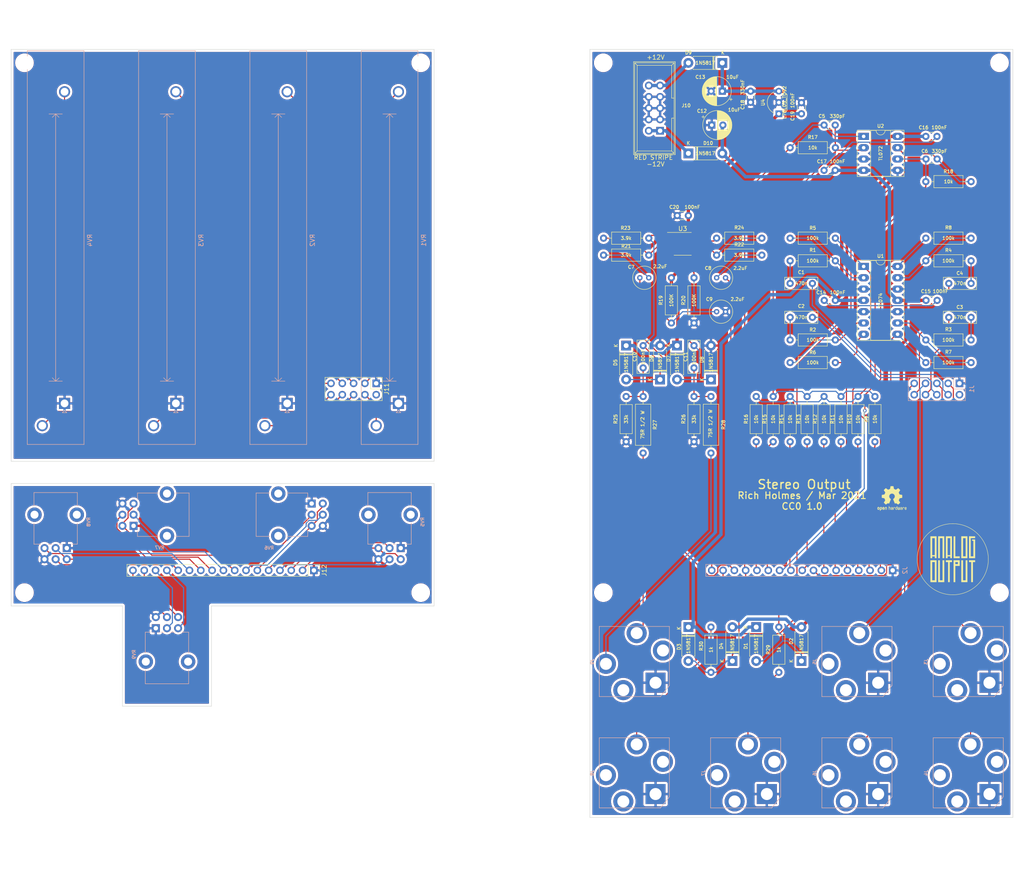
<source format=kicad_pcb>
(kicad_pcb (version 20171130) (host pcbnew 5.1.9-73d0e3b20d~88~ubuntu20.04.1)
  (layers (0 F.Cu signal) (31 B.Cu signal) (34 B.Paste user) (35 F.Paste user) (36 B.SilkS user) (37 F.SilkS user) (38 B.Mask user) (39 F.Mask user) (44 Edge.Cuts user))
  (net 0 "")
  (net 1 GND)
  (net 2 +12V)
  (net 3 -12V)
  (net 4 "Net-(C1-Pad1)")
  (net 5 "Net-(C2-Pad1)")
  (net 6 "Net-(C3-Pad1)")
  (net 7 "Net-(C4-Pad1)")
  (net 8 "Net-(C5-Pad2)")
  (net 9 "Net-(C6-Pad2)")
  (net 10 "Net-(C7-Pad1)")
  (net 11 "Net-(C8-Pad1)")
  (net 12 "Net-(C9-Pad1)")
  (net 13 "Net-(C10-Pad2)")
  (net 14 "Net-(C10-Pad1)")
  (net 15 "Net-(C11-Pad2)")
  (net 16 "Net-(C11-Pad1)")
  (net 17 "Net-(C14-Pad2)")
  (net 18 "Net-(C16-Pad2)")
  (net 19 +5V)
  (net 20 /OUTL)
  (net 21 /OUTR)
  (net 22 /PHONESR)
  (net 23 /PHONESL)
  (net 24 GND1)
  (net 25 "Net-(R1-Pad1)")
  (net 26 "Net-(R2-Pad1)")
  (net 27 "Net-(R3-Pad1)")
  (net 28 "Net-(R4-Pad1)")
  (net 29 "Net-(R21-Pad1)")
  (net 30 "Net-(R22-Pad1)")
  (net 31 IN1AX)
  (net 32 IN2AX)
  (net 33 IN3AX)
  (net 34 IN4AX)
  (net 35 PHONESLX)
  (net 36 PHONESRX)
  (net 37 PHONESLAX)
  (net 38 PHONESRAX)
  (net 39 IN4X)
  (net 40 IN3X)
  (net 41 IN2X)
  (net 42 IN1X)
  (net 43 "Net-(J1-Pad2)")
  (net 44 CH4RX)
  (net 45 CH4LX)
  (net 46 CH4X)
  (net 47 CH3RX)
  (net 48 CH3LX)
  (net 49 CH3X)
  (net 50 CH2RX)
  (net 51 CH2LX)
  (net 52 CH2X)
  (net 53 CH1RX)
  (net 54 CH1LX)
  (net 55 CH1X)
  (net 56 IN4A)
  (net 57 IN4)
  (net 58 IN3A)
  (net 59 IN3)
  (net 60 IN2A)
  (net 61 IN2)
  (net 62 IN1A)
  (net 63 IN1)
  (net 64 "Net-(J11-Pad2)")
  (net 65 PHONESRA)
  (net 66 PHONESR)
  (net 67 PHONESLA)
  (net 68 PHONESL)
  (net 69 CH4R)
  (net 70 CH4L)
  (net 71 CH4)
  (net 72 CH3R)
  (net 73 CH3L)
  (net 74 CH3)
  (net 75 CH2R)
  (net 76 CH2L)
  (net 77 CH2)
  (net 78 CH1R)
  (net 79 CH1L)
  (net 80 CH1)
  (net 81 GND2)
  (net 82 "/Pot boards and power/+12_IN")
  (net 83 "/Pot boards and power/-12_IN")
  (module ao_tht:C_Disc_D3.0mm_W1.6mm_P2.50mm (layer F.Cu) (at 54.61 49.81 180)
    (fp_text reference C20 (at 3.175 1.905) (layer F.SilkS) (effects (font (size 0.75 0.75))))
    (fp_text value 100nF)
    (fp_text user %V (at -0.889 1.905) (layer F.SilkS) (effects (font (size 0.75 0.75))))
    (pad 2 thru_hole circle (at 2.5 0 180) (size 1.6 1.6) (drill 0.8) (layers *.Cu *.Mask) (net 1 GND))
    (pad 1 thru_hole circle (at 0 0 180) (size 1.6 1.6) (drill 0.8) (layers *.Cu *.Mask) (net 19 +5V))
  )
  (module ao_tht:R_Axial_DIN0207_L6.3mm_D2.5mm_P10.16mm_Horizontal (layer F.Cu) (at 107.95 82.83)
    (fp_text reference R7 (at 5.08 -2.37) (layer F.SilkS) (effects (font (size 0.75 0.75))))
    (fp_text value 100k)
    (fp_text user %V (at 5.08 0) (layer F.SilkS) (effects (font (size 0.75 0.75))))
    (pad 1 thru_hole circle (at 0 0) (size 1.6 1.6) (drill 0.8) (layers *.Cu *.Mask) (net 49 CH3X))
    (pad 2 thru_hole oval (at 10.16 0) (size 1.6 1.6) (drill 0.8) (layers *.Cu *.Mask) (net 27 "Net-(R3-Pad1)"))
  )
  (module ao_tht:R_Axial_DIN0207_L6.3mm_D2.5mm_P10.16mm_Horizontal (layer F.Cu) (at 88.9 90.45 270)
    (fp_text reference R11 (at 5.08 1.905 90) (layer F.SilkS) (effects (font (size 0.75 0.75))))
    (fp_text value 10k)
    (fp_text user %V (at 5.08 0 90) (layer F.SilkS) (effects (font (size 0.75 0.75))))
    (pad 1 thru_hole circle (at 0 0 270) (size 1.6 1.6) (drill 0.8) (layers *.Cu *.Mask) (net 8 "Net-(C5-Pad2)"))
    (pad 2 thru_hole oval (at 10.16 0 270) (size 1.6 1.6) (drill 0.8) (layers *.Cu *.Mask) (net 51 CH2LX))
  )
  (module ao_tht:C_Disc_D3.0mm_W1.6mm_P2.50mm (layer F.Cu) (at 68.58 21.87 270)
    (fp_text reference C18 (at 3.048 1.778 90) (layer F.SilkS) (effects (font (size 0.75 0.75))))
    (fp_text value 330nF)
    (fp_text user %V (at -0.889 1.778 90) (layer F.SilkS) (effects (font (size 0.75 0.75))))
    (pad 2 thru_hole circle (at 2.5 0 270) (size 1.6 1.6) (drill 0.8) (layers *.Cu *.Mask) (net 1 GND))
    (pad 1 thru_hole circle (at 0 0 270) (size 1.6 1.6) (drill 0.8) (layers *.Cu *.Mask) (net 2 +12V))
  )
  (module ao_tht:R_Axial_DIN0207_L6.3mm_D2.5mm_P10.16mm_Horizontal (layer F.Cu) (at 60.96 58.7)
    (fp_text reference R22 (at 5.08 -2.37) (layer F.SilkS) (effects (font (size 0.75 0.75))))
    (fp_text value 3.9k)
    (fp_text user %V (at 5.08 0) (layer F.SilkS) (effects (font (size 0.75 0.75))))
    (pad 1 thru_hole circle (at 0 0) (size 1.6 1.6) (drill 0.8) (layers *.Cu *.Mask) (net 30 "Net-(R22-Pad1)"))
    (pad 2 thru_hole oval (at 10.16 0) (size 1.6 1.6) (drill 0.8) (layers *.Cu *.Mask) (net 11 "Net-(C8-Pad1)"))
  )
  (module ao_tht:D_DO-41_SOD81_P7.62mm_Horizontal (layer F.Cu) (at 64.5 149.86 90)
    (fp_text reference D4 (at 3.36 -2.5 90) (layer F.SilkS) (effects (font (size 0.75 0.75))))
    (fp_text value 1N5817)
    (fp_text user K (at 0 -2.286 90) (layer F.SilkS) (effects (font (size 0.75 0.75))))
    (fp_text user %V (at 3.81 0 90) (layer F.SilkS) (effects (font (size 0.75 0.75))))
    (pad 2 thru_hole oval (at 7.62 0 90) (size 2.2 2.2) (drill 1.1) (layers *.Cu *.Mask) (net 3 -12V))
    (pad 1 thru_hole rect (at 0 0 90) (size 2.2 2.2) (drill 1.1) (layers *.Cu *.Mask) (net 36 PHONESRX))
  )
  (module ao_tht:C_Disc_D3.0mm_W1.6mm_P2.50mm (layer F.Cu) (at 80.01 26.95 90)
    (fp_text reference C19 (at -0.5 -2 90) (layer F.SilkS) (effects (font (size 0.75 0.75))))
    (fp_text value 100nF)
    (fp_text user %V (at 3 -2 90) (layer F.SilkS) (effects (font (size 0.75 0.75))))
    (pad 2 thru_hole circle (at 2.5 0 90) (size 1.6 1.6) (drill 0.8) (layers *.Cu *.Mask) (net 1 GND))
    (pad 1 thru_hole circle (at 0 0 90) (size 1.6 1.6) (drill 0.8) (layers *.Cu *.Mask) (net 19 +5V))
  )
  (module ao_tht:R_Axial_DIN0207_L6.3mm_D2.5mm_P10.16mm_Horizontal (layer F.Cu) (at 107.95 54.89)
    (fp_text reference R8 (at 5.08 -2.37) (layer F.SilkS) (effects (font (size 0.75 0.75))))
    (fp_text value 100k)
    (fp_text user %V (at 5.08 0) (layer F.SilkS) (effects (font (size 0.75 0.75))))
    (pad 1 thru_hole circle (at 0 0) (size 1.6 1.6) (drill 0.8) (layers *.Cu *.Mask) (net 46 CH4X))
    (pad 2 thru_hole oval (at 10.16 0) (size 1.6 1.6) (drill 0.8) (layers *.Cu *.Mask) (net 28 "Net-(R4-Pad1)"))
  )
  (module ao_tht:TO-92_Inline_Wide (layer F.Cu) (at 74.93 26.95 90)
    (fp_text reference U4 (at 2.54 -3.56 90) (layer F.SilkS) (effects (font (size 0.75 0.75))))
    (fp_text value L78L05_TO92)
    (fp_text user %V (at 2.54 1.27 90) (layer F.SilkS) (effects (font (size 0.75 0.75))))
    (pad 1 thru_hole rect (at 0 0 180) (size 1.5 1.5) (drill 0.8) (layers *.Cu *.Mask) (net 19 +5V))
    (pad 3 thru_hole circle (at 5.08 0 180) (size 1.5 1.5) (drill 0.8) (layers *.Cu *.Mask) (net 2 +12V))
    (pad 2 thru_hole circle (at 2.54 0 180) (size 1.5 1.5) (drill 0.8) (layers *.Cu *.Mask) (net 1 GND))
  )
  (module ao_tht:R_Axial_DIN0207_L6.3mm_D2.5mm_P10.16mm_Horizontal (layer F.Cu) (at 77.47 34.57)
    (fp_text reference R17 (at 5.08 -2.37) (layer F.SilkS) (effects (font (size 0.75 0.75))))
    (fp_text value 10k)
    (fp_text user %V (at 5.08 0) (layer F.SilkS) (effects (font (size 0.75 0.75))))
    (pad 1 thru_hole circle (at 0 0) (size 1.6 1.6) (drill 0.8) (layers *.Cu *.Mask) (net 35 PHONESLX))
    (pad 2 thru_hole oval (at 10.16 0) (size 1.6 1.6) (drill 0.8) (layers *.Cu *.Mask) (net 8 "Net-(C5-Pad2)"))
  )
  (module ao_tht:C_Rect_L7.2mm_W2.5mm_P5.00mm_FKS2_FKP2_MKS2_MKP2 (layer F.Cu) (at 118.11 65.05 180)
    (fp_text reference C4 (at 2.54 2.286) (layer F.SilkS) (effects (font (size 0.75 0.75))))
    (fp_text value 470n)
    (fp_text user %V (at 2.54 0) (layer F.SilkS) (effects (font (size 0.75 0.75))))
    (pad 2 thru_hole circle (at 5 0 180) (size 1.6 1.6) (drill 0.8) (layers *.Cu *.Mask) (net 34 IN4AX))
    (pad 1 thru_hole circle (at 0 0 180) (size 1.6 1.6) (drill 0.8) (layers *.Cu *.Mask) (net 7 "Net-(C4-Pad1)"))
  )
  (module ao_tht:R_Axial_DIN0207_L6.3mm_D2.5mm_P10.16mm_Horizontal (layer F.Cu) (at 85.09 90.45 270)
    (fp_text reference R12 (at 5.08 2.032 90) (layer F.SilkS) (effects (font (size 0.75 0.75))))
    (fp_text value 10k)
    (fp_text user %V (at 5.08 0 90) (layer F.SilkS) (effects (font (size 0.75 0.75))))
    (pad 1 thru_hole circle (at 0 0 270) (size 1.6 1.6) (drill 0.8) (layers *.Cu *.Mask) (net 9 "Net-(C6-Pad2)"))
    (pad 2 thru_hole oval (at 10.16 0 270) (size 1.6 1.6) (drill 0.8) (layers *.Cu *.Mask) (net 50 CH2RX))
  )
  (module ao_tht:R_Axial_DIN0207_L6.3mm_D2.5mm_P10.16mm_Horizontal (layer F.Cu) (at 87.63 77.75 180)
    (fp_text reference R2 (at 5.08 2.286) (layer F.SilkS) (effects (font (size 0.75 0.75))))
    (fp_text value 100k)
    (fp_text user %V (at 5.08 0) (layer F.SilkS) (effects (font (size 0.75 0.75))))
    (pad 1 thru_hole circle (at 0 0 180) (size 1.6 1.6) (drill 0.8) (layers *.Cu *.Mask) (net 26 "Net-(R2-Pad1)"))
    (pad 2 thru_hole oval (at 10.16 0 180) (size 1.6 1.6) (drill 0.8) (layers *.Cu *.Mask) (net 5 "Net-(C2-Pad1)"))
  )
  (module ao_tht:Power_Header (layer F.Cu) (at 48.26 30.76 180)
    (fp_text reference J10 (at -5.85 5.67) (layer F.SilkS) (effects (font (size 0.75 0.75))))
    (fp_text value Synth_power_2x5)
    (fp_text user "RED STRIPE" (at 1.5 -6) (layer F.SilkS))
    (fp_text user -12V (at 1 -7.5) (layer F.SilkS))
    (fp_text user +12V (at 1 16.5) (layer F.SilkS))
    (pad 10 thru_hole oval (at 2.54 10.16 180) (size 1.7272 1.7272) (drill 1.016) (layers *.Cu *.Mask) (net 82 "/Pot boards and power/+12_IN"))
    (pad 9 thru_hole oval (at 0 10.16 180) (size 1.7272 1.7272) (drill 1.016) (layers *.Cu *.Mask) (net 82 "/Pot boards and power/+12_IN"))
    (pad 8 thru_hole oval (at 2.54 7.62 180) (size 1.7272 1.7272) (drill 1.016) (layers *.Cu *.Mask) (net 1 GND))
    (pad 7 thru_hole oval (at 0 7.62 180) (size 1.7272 1.7272) (drill 1.016) (layers *.Cu *.Mask) (net 1 GND))
    (pad 6 thru_hole oval (at 2.54 5.08 180) (size 1.7272 1.7272) (drill 1.016) (layers *.Cu *.Mask) (net 1 GND))
    (pad 5 thru_hole oval (at 0 5.08 180) (size 1.7272 1.7272) (drill 1.016) (layers *.Cu *.Mask) (net 1 GND))
    (pad 4 thru_hole oval (at 2.54 2.54 180) (size 1.7272 1.7272) (drill 1.016) (layers *.Cu *.Mask) (net 1 GND))
    (pad 3 thru_hole oval (at 0 2.54 180) (size 1.7272 1.7272) (drill 1.016) (layers *.Cu *.Mask) (net 1 GND))
    (pad 2 thru_hole oval (at 2.54 0 180) (size 1.7272 1.7272) (drill 1.016) (layers *.Cu *.Mask) (net 83 "/Pot boards and power/-12_IN"))
    (pad 1 thru_hole rect (at 0 0 180) (size 1.7272 1.7272) (drill 1.016) (layers *.Cu *.Mask) (net 83 "/Pot boards and power/-12_IN"))
  )
  (module ao_tht:OSHW-Logo2_7.3x6mm_SilkScreen (layer F.Cu) (at 100.35 113.35)
    (fp_text reference GRAF4 hide)
    (fp_text value "OSHW logo" hide)
  )
  (module ao_tht:R_Axial_DIN0207_L6.3mm_D2.5mm_P10.16mm_Horizontal (layer F.Cu) (at 45.72 58.7 180)
    (fp_text reference R21 (at 5.08 2.032) (layer F.SilkS) (effects (font (size 0.75 0.75))))
    (fp_text value 3.9k)
    (fp_text user %V (at 5.08 0) (layer F.SilkS) (effects (font (size 0.75 0.75))))
    (pad 1 thru_hole circle (at 0 0 180) (size 1.6 1.6) (drill 0.8) (layers *.Cu *.Mask) (net 29 "Net-(R21-Pad1)"))
    (pad 2 thru_hole oval (at 10.16 0 180) (size 1.6 1.6) (drill 0.8) (layers *.Cu *.Mask) (net 10 "Net-(C7-Pad1)"))
  )
  (module ao_tht:C_Rect_L7.2mm_W2.5mm_P5.00mm_FKS2_FKP2_MKS2_MKP2 (layer F.Cu) (at 55.88 79.02 270)
    (fp_text reference C11 (at 2.5 1.905 90) (layer F.SilkS) (effects (font (size 0.75 0.75))))
    (fp_text value 100nF)
    (fp_text user %V (at 2.54 0 90) (layer F.SilkS) (effects (font (size 0.75 0.75))))
    (pad 2 thru_hole circle (at 5 0 270) (size 1.6 1.6) (drill 0.8) (layers *.Cu *.Mask) (net 15 "Net-(C11-Pad2)"))
    (pad 1 thru_hole circle (at 0 0 270) (size 1.6 1.6) (drill 0.8) (layers *.Cu *.Mask) (net 16 "Net-(C11-Pad1)"))
  )
  (module ao_tht:C_Rect_L7.2mm_W2.5mm_P5.00mm_FKS2_FKP2_MKS2_MKP2 (layer F.Cu) (at 77.47 65.05)
    (fp_text reference C1 (at 2.5 -2.5) (layer F.SilkS) (effects (font (size 0.75 0.75))))
    (fp_text value 470n)
    (fp_text user %V (at 2.54 0) (layer F.SilkS) (effects (font (size 0.75 0.75))))
    (pad 2 thru_hole circle (at 5 0) (size 1.6 1.6) (drill 0.8) (layers *.Cu *.Mask) (net 31 IN1AX))
    (pad 1 thru_hole circle (at 0 0) (size 1.6 1.6) (drill 0.8) (layers *.Cu *.Mask) (net 4 "Net-(C1-Pad1)"))
  )
  (module ao_tht:D_DO-41_SOD81_P7.62mm_Horizontal (layer F.Cu) (at 52.07 79.02 270)
    (fp_text reference D7 (at 2.921 1.905 90) (layer F.SilkS) (effects (font (size 0.75 0.75))))
    (fp_text value 1N5817)
    (fp_text user K (at -0.127 1.905 90) (layer F.SilkS) (effects (font (size 0.75 0.75))))
    (fp_text user %V (at 3.81 0 90) (layer F.SilkS) (effects (font (size 0.75 0.75))))
    (pad 2 thru_hole oval (at 7.62 0 270) (size 2.2 2.2) (drill 1.1) (layers *.Cu *.Mask) (net 16 "Net-(C11-Pad1)"))
    (pad 1 thru_hole rect (at 0 0 270) (size 2.2 2.2) (drill 1.1) (layers *.Cu *.Mask) (net 19 +5V))
  )
  (module ao_tht:D_DO-41_SOD81_P7.62mm_Horizontal (layer F.Cu) (at 48.26 86.64 90)
    (fp_text reference D6 (at 4.699 -1.905 90) (layer F.SilkS) (effects (font (size 0.75 0.75))))
    (fp_text value 1N5817)
    (fp_text user K (at 0 -2.286 90) (layer F.SilkS) (effects (font (size 0.75 0.75))))
    (fp_text user %V (at 3.81 0 90) (layer F.SilkS) (effects (font (size 0.75 0.75))))
    (pad 2 thru_hole oval (at 7.62 0 90) (size 2.2 2.2) (drill 1.1) (layers *.Cu *.Mask) (net 1 GND))
    (pad 1 thru_hole rect (at 0 0 90) (size 2.2 2.2) (drill 1.1) (layers *.Cu *.Mask) (net 14 "Net-(C10-Pad1)"))
  )
  (module ao_tht:C_Disc_D3.0mm_W1.6mm_P2.50mm (layer F.Cu) (at 85.09 29.49)
    (fp_text reference C5 (at -0.5 -2) (layer F.SilkS) (effects (font (size 0.75 0.75))))
    (fp_text value 330pF)
    (fp_text user %V (at 3 -2) (layer F.SilkS) (effects (font (size 0.75 0.75))))
    (pad 2 thru_hole circle (at 2.5 0) (size 1.6 1.6) (drill 0.8) (layers *.Cu *.Mask) (net 8 "Net-(C5-Pad2)"))
    (pad 1 thru_hole circle (at 0 0) (size 1.6 1.6) (drill 0.8) (layers *.Cu *.Mask) (net 35 PHONESLX))
  )
  (module ao_tht:R_Axial_DIN0207_L6.3mm_D2.5mm_P10.16mm_Horizontal (layer F.Cu) (at 40.64 100.61 90)
    (fp_text reference R25 (at 5.08 -2.37 90) (layer F.SilkS) (effects (font (size 0.75 0.75))))
    (fp_text value 33k)
    (fp_text user %V (at 5.08 0 90) (layer F.SilkS) (effects (font (size 0.75 0.75))))
    (pad 1 thru_hole circle (at 0 0 90) (size 1.6 1.6) (drill 0.8) (layers *.Cu *.Mask) (net 1 GND))
    (pad 2 thru_hole oval (at 10.16 0 90) (size 1.6 1.6) (drill 0.8) (layers *.Cu *.Mask) (net 13 "Net-(C10-Pad2)"))
  )
  (module ao_tht:R_Axial_DIN0207_L6.3mm_D2.5mm_P10.16mm_Horizontal (layer F.Cu) (at 50.8 73.94 90)
    (fp_text reference R19 (at 5.08 -2.37 90) (layer F.SilkS) (effects (font (size 0.75 0.75))))
    (fp_text value 100K)
    (fp_text user %V (at 5.08 0 90) (layer F.SilkS) (effects (font (size 0.75 0.75))))
    (pad 1 thru_hole circle (at 0 0 90) (size 1.6 1.6) (drill 0.8) (layers *.Cu *.Mask) (net 12 "Net-(C9-Pad1)"))
    (pad 2 thru_hole oval (at 10.16 0 90) (size 1.6 1.6) (drill 0.8) (layers *.Cu *.Mask) (net 19 +5V))
  )
  (module ao_tht:MountingHole_3.2mm_M3 (layer F.Cu) (at 124.5 15.5)
    (fp_text reference H2 hide)
    (fp_text value MountingHole)
    (pad 1 np_thru_hole circle (at 0 0) (size 3.2 3.2) (drill 3.2) (layers *.Cu *.Mask))
  )
  (module ao_tht:D_DO-41_SOD81_P7.62mm_Horizontal (layer F.Cu) (at 40.64 79.02 270)
    (fp_text reference D5 (at 3.81 2.413 90) (layer F.SilkS) (effects (font (size 0.75 0.75))))
    (fp_text value 1N5817)
    (fp_text user K (at 0 2.286 90) (layer F.SilkS) (effects (font (size 0.75 0.75))))
    (fp_text user %V (at 3.81 0 90) (layer F.SilkS) (effects (font (size 0.75 0.75))))
    (pad 2 thru_hole oval (at 7.62 0 270) (size 2.2 2.2) (drill 1.1) (layers *.Cu *.Mask) (net 14 "Net-(C10-Pad1)"))
    (pad 1 thru_hole rect (at 0 0 270) (size 2.2 2.2) (drill 1.1) (layers *.Cu *.Mask) (net 19 +5V))
  )
  (module ao_tht:D_DO-41_SOD81_P7.62mm_Horizontal (layer F.Cu) (at 69.85 142.24 270)
    (fp_text reference D1 (at 4.26 2.35 90) (layer F.SilkS) (effects (font (size 0.75 0.75))))
    (fp_text value 1N5817)
    (fp_text user K (at 0 2.35 90) (layer F.SilkS) (effects (font (size 0.75 0.75))))
    (fp_text user %V (at 3.81 0 90) (layer F.SilkS) (effects (font (size 0.75 0.75))))
    (pad 2 thru_hole oval (at 7.62 0 270) (size 2.2 2.2) (drill 1.1) (layers *.Cu *.Mask) (net 35 PHONESLX))
    (pad 1 thru_hole rect (at 0 0 270) (size 2.2 2.2) (drill 1.1) (layers *.Cu *.Mask) (net 2 +12V))
  )
  (module ao_tht:R_Axial_DIN0207_L6.3mm_D2.5mm_P10.16mm_Horizontal (layer F.Cu) (at 73.66 90.45 270)
    (fp_text reference R15 (at 5.08 1.905 90) (layer F.SilkS) (effects (font (size 0.75 0.75))))
    (fp_text value 10k)
    (fp_text user %V (at 5.08 0 90) (layer F.SilkS) (effects (font (size 0.75 0.75))))
    (pad 1 thru_hole circle (at 0 0 270) (size 1.6 1.6) (drill 0.8) (layers *.Cu *.Mask) (net 8 "Net-(C5-Pad2)"))
    (pad 2 thru_hole oval (at 10.16 0 270) (size 1.6 1.6) (drill 0.8) (layers *.Cu *.Mask) (net 45 CH4LX))
  )
  (module ao_tht:D_DO-41_SOD81_P7.62mm_Horizontal (layer F.Cu) (at 59.69 86.64 90)
    (fp_text reference D8 (at 4.445 -2.032 90) (layer F.SilkS) (effects (font (size 0.75 0.75))))
    (fp_text value 1N5817)
    (fp_text user K (at 0 -2.032 90) (layer F.SilkS) (effects (font (size 0.75 0.75))))
    (fp_text user %V (at 3.81 0 90) (layer F.SilkS) (effects (font (size 0.75 0.75))))
    (pad 2 thru_hole oval (at 7.62 0 90) (size 2.2 2.2) (drill 1.1) (layers *.Cu *.Mask) (net 1 GND))
    (pad 1 thru_hole rect (at 0 0 90) (size 2.2 2.2) (drill 1.1) (layers *.Cu *.Mask) (net 16 "Net-(C11-Pad1)"))
  )
  (module ao_tht:D_DO-41_SOD81_P7.62mm_Horizontal (layer F.Cu) (at 54.61 142.24 270)
    (fp_text reference D3 (at 4.445 2.11 90) (layer F.SilkS) (effects (font (size 0.75 0.75))))
    (fp_text value 1N5817)
    (fp_text user K (at 0.26 2.11 90) (layer F.SilkS) (effects (font (size 0.75 0.75))))
    (fp_text user %V (at 3.81 0 90) (layer F.SilkS) (effects (font (size 0.75 0.75))))
    (pad 2 thru_hole oval (at 7.62 0 270) (size 2.2 2.2) (drill 1.1) (layers *.Cu *.Mask) (net 36 PHONESRX))
    (pad 1 thru_hole rect (at 0 0 270) (size 2.2 2.2) (drill 1.1) (layers *.Cu *.Mask) (net 2 +12V))
  )
  (module ao_tht:R_Axial_DIN0207_L6.3mm_D2.5mm_P10.16mm_Horizontal (layer F.Cu) (at 55.88 73.94 90)
    (fp_text reference R20 (at 5.08 -2.37 90) (layer F.SilkS) (effects (font (size 0.75 0.75))))
    (fp_text value 100K)
    (fp_text user %V (at 5.08 0 90) (layer F.SilkS) (effects (font (size 0.75 0.75))))
    (pad 1 thru_hole circle (at 0 0 90) (size 1.6 1.6) (drill 0.8) (layers *.Cu *.Mask) (net 1 GND))
    (pad 2 thru_hole oval (at 10.16 0 90) (size 1.6 1.6) (drill 0.8) (layers *.Cu *.Mask) (net 12 "Net-(C9-Pad1)"))
  )
  (module ao_tht:DIP-14_W7.62mm_Socket_LongPads (layer F.Cu) (at 93.98 61.24)
    (fp_text reference U1 (at 3.81 -2.33) (layer F.SilkS) (effects (font (size 0.75 0.75))))
    (fp_text value TL074)
    (fp_text user %V (at 3.81 7.62 90) (layer F.SilkS) (effects (font (size 0.75 0.75))))
    (pad 14 thru_hole oval (at 7.62 0) (size 2.4 1.6) (drill 0.8) (layers *.Cu *.Mask) (net 46 CH4X))
    (pad 7 thru_hole oval (at 0 15.24) (size 2.4 1.6) (drill 0.8) (layers *.Cu *.Mask) (net 52 CH2X))
    (pad 13 thru_hole oval (at 7.62 2.54) (size 2.4 1.6) (drill 0.8) (layers *.Cu *.Mask) (net 28 "Net-(R4-Pad1)"))
    (pad 6 thru_hole oval (at 0 12.7) (size 2.4 1.6) (drill 0.8) (layers *.Cu *.Mask) (net 26 "Net-(R2-Pad1)"))
    (pad 12 thru_hole oval (at 7.62 5.08) (size 2.4 1.6) (drill 0.8) (layers *.Cu *.Mask) (net 1 GND))
    (pad 5 thru_hole oval (at 0 10.16) (size 2.4 1.6) (drill 0.8) (layers *.Cu *.Mask) (net 1 GND))
    (pad 11 thru_hole oval (at 7.62 7.62) (size 2.4 1.6) (drill 0.8) (layers *.Cu *.Mask) (net 3 -12V))
    (pad 4 thru_hole oval (at 0 7.62) (size 2.4 1.6) (drill 0.8) (layers *.Cu *.Mask) (net 2 +12V))
    (pad 10 thru_hole oval (at 7.62 10.16) (size 2.4 1.6) (drill 0.8) (layers *.Cu *.Mask) (net 1 GND))
    (pad 3 thru_hole oval (at 0 5.08) (size 2.4 1.6) (drill 0.8) (layers *.Cu *.Mask) (net 1 GND))
    (pad 9 thru_hole oval (at 7.62 12.7) (size 2.4 1.6) (drill 0.8) (layers *.Cu *.Mask) (net 27 "Net-(R3-Pad1)"))
    (pad 2 thru_hole oval (at 0 2.54) (size 2.4 1.6) (drill 0.8) (layers *.Cu *.Mask) (net 25 "Net-(R1-Pad1)"))
    (pad 8 thru_hole oval (at 7.62 15.24) (size 2.4 1.6) (drill 0.8) (layers *.Cu *.Mask) (net 49 CH3X))
    (pad 1 thru_hole rect (at 0 0) (size 2.4 1.6) (drill 0.8) (layers *.Cu *.Mask) (net 55 CH1X))
  )
  (module ao_tht:R_Axial_DIN0207_L6.3mm_D2.5mm_P10.16mm_Horizontal (layer F.Cu) (at 77.47 90.45 270)
    (fp_text reference R14 (at 5.08 1.905 90) (layer F.SilkS) (effects (font (size 0.75 0.75))))
    (fp_text value 10k)
    (fp_text user %V (at 5.08 0 90) (layer F.SilkS) (effects (font (size 0.75 0.75))))
    (pad 1 thru_hole circle (at 0 0 270) (size 1.6 1.6) (drill 0.8) (layers *.Cu *.Mask) (net 9 "Net-(C6-Pad2)"))
    (pad 2 thru_hole oval (at 10.16 0 270) (size 1.6 1.6) (drill 0.8) (layers *.Cu *.Mask) (net 47 CH3RX))
  )
  (module ao_tht:R_Axial_DIN0207_L6.3mm_D2.5mm_P10.16mm_Horizontal (layer F.Cu) (at 87.63 82.83 180)
    (fp_text reference R6 (at 5.08 2.286) (layer F.SilkS) (effects (font (size 0.75 0.75))))
    (fp_text value 100k)
    (fp_text user %V (at 5.08 0) (layer F.SilkS) (effects (font (size 0.75 0.75))))
    (pad 1 thru_hole circle (at 0 0 180) (size 1.6 1.6) (drill 0.8) (layers *.Cu *.Mask) (net 52 CH2X))
    (pad 2 thru_hole oval (at 10.16 0 180) (size 1.6 1.6) (drill 0.8) (layers *.Cu *.Mask) (net 26 "Net-(R2-Pad1)"))
  )
  (module Resistor_THT:R_Axial_DIN0309_L9.0mm_D3.2mm_P12.70mm_Horizontal (layer F.Cu) (at 44.45 103.15 90)
    (fp_text reference R27 (at 6.35 2.667 90) (layer F.SilkS) (effects (font (size 0.75 0.75))))
    (fp_text value "75R 1/2 W")
    (fp_text user %V (at 6.35 -0.127 90) (layer F.SilkS) (effects (font (size 0.75 0.75))))
    (pad 2 thru_hole oval (at 12.7 0 90) (size 1.6 1.6) (drill 0.8) (layers *.Cu *.Mask) (net 13 "Net-(C10-Pad2)"))
    (pad 1 thru_hole circle (at 0 0 90) (size 1.6 1.6) (drill 0.8) (layers *.Cu *.Mask) (net 23 /PHONESL))
  )
  (module ao_tht:R_Axial_DIN0207_L6.3mm_D2.5mm_P10.16mm_Horizontal (layer F.Cu) (at 55.88 100.61 90)
    (fp_text reference R26 (at 5.08 -2.37 90) (layer F.SilkS) (effects (font (size 0.75 0.75))))
    (fp_text value 33k)
    (fp_text user %V (at 5.08 0 90) (layer F.SilkS) (effects (font (size 0.75 0.75))))
    (pad 1 thru_hole circle (at 0 0 90) (size 1.6 1.6) (drill 0.8) (layers *.Cu *.Mask) (net 1 GND))
    (pad 2 thru_hole oval (at 10.16 0 90) (size 1.6 1.6) (drill 0.8) (layers *.Cu *.Mask) (net 15 "Net-(C11-Pad2)"))
  )
  (module ao_tht:R_Axial_DIN0207_L6.3mm_D2.5mm_P10.16mm_Horizontal (layer F.Cu) (at 107.95 77.75)
    (fp_text reference R3 (at 5.08 -2.37) (layer F.SilkS) (effects (font (size 0.75 0.75))))
    (fp_text value 100k)
    (fp_text user %V (at 5.08 0) (layer F.SilkS) (effects (font (size 0.75 0.75))))
    (pad 1 thru_hole circle (at 0 0) (size 1.6 1.6) (drill 0.8) (layers *.Cu *.Mask) (net 27 "Net-(R3-Pad1)"))
    (pad 2 thru_hole oval (at 10.16 0) (size 1.6 1.6) (drill 0.8) (layers *.Cu *.Mask) (net 6 "Net-(C3-Pad1)"))
  )
  (module ao_tht:R_Axial_DIN0207_L6.3mm_D2.5mm_P10.16mm_Horizontal (layer F.Cu) (at 69.85 90.45 270)
    (fp_text reference R16 (at 5.08 2.286 90) (layer F.SilkS) (effects (font (size 0.75 0.75))))
    (fp_text value 10k)
    (fp_text user %V (at 5.08 0 90) (layer F.SilkS) (effects (font (size 0.75 0.75))))
    (pad 1 thru_hole circle (at 0 0 270) (size 1.6 1.6) (drill 0.8) (layers *.Cu *.Mask) (net 9 "Net-(C6-Pad2)"))
    (pad 2 thru_hole oval (at 10.16 0 270) (size 1.6 1.6) (drill 0.8) (layers *.Cu *.Mask) (net 44 CH4RX))
  )
  (module ao_tht:D_DO-41_SOD81_P7.62mm_Horizontal (layer F.Cu) (at 54.61 35.84)
    (fp_text reference D10 (at 4.445 -2.286) (layer F.SilkS) (effects (font (size 0.75 0.75))))
    (fp_text value 1N5817)
    (fp_text user K (at 0 -2.286) (layer F.SilkS) (effects (font (size 0.75 0.75))))
    (fp_text user %V (at 3.81 0) (layer F.SilkS) (effects (font (size 0.75 0.75))))
    (pad 2 thru_hole oval (at 7.62 0) (size 2.2 2.2) (drill 1.1) (layers *.Cu *.Mask) (net 3 -12V))
    (pad 1 thru_hole rect (at 0 0) (size 2.2 2.2) (drill 1.1) (layers *.Cu *.Mask) (net 83 "/Pot boards and power/-12_IN"))
  )
  (module ao_tht:analogoutput (layer F.Cu) (at 114 127)
    (fp_text reference GRAF3 hide)
    (fp_text value "AO logo" hide)
  )
  (module Package_SO:SOIC-8_3.9x4.9mm_P1.27mm (layer F.Cu) (at 53.34 56.16)
    (fp_text reference U3 (at 0 -3.4) (layer F.SilkS))
    (fp_text value LM4808)
    (pad 8 smd roundrect (at 2.475 -1.905) (size 1.95 0.6) (layers F.Cu F.Paste F.Mask) (net 19 +5V))
    (pad 7 smd roundrect (at 2.475 -0.635) (size 1.95 0.6) (layers F.Cu F.Paste F.Mask) (net 16 "Net-(C11-Pad1)"))
    (pad 6 smd roundrect (at 2.475 0.635) (size 1.95 0.6) (layers F.Cu F.Paste F.Mask) (net 30 "Net-(R22-Pad1)"))
    (pad 5 smd roundrect (at 2.475 1.905) (size 1.95 0.6) (layers F.Cu F.Paste F.Mask) (net 12 "Net-(C9-Pad1)"))
    (pad 4 smd roundrect (at -2.475 1.905) (size 1.95 0.6) (layers F.Cu F.Paste F.Mask) (net 1 GND))
    (pad 3 smd roundrect (at -2.475 0.635) (size 1.95 0.6) (layers F.Cu F.Paste F.Mask) (net 12 "Net-(C9-Pad1)"))
    (pad 2 smd roundrect (at -2.475 -0.635) (size 1.95 0.6) (layers F.Cu F.Paste F.Mask) (net 29 "Net-(R21-Pad1)"))
    (pad 1 smd roundrect (at -2.475 -1.905) (size 1.95 0.6) (layers F.Cu F.Paste F.Mask) (net 14 "Net-(C10-Pad1)"))
  )
  (module ao_tht:R_Axial_DIN0207_L6.3mm_D2.5mm_P10.16mm_Horizontal (layer F.Cu) (at 87.63 54.89 180)
    (fp_text reference R5 (at 5.08 2.286) (layer F.SilkS) (effects (font (size 0.75 0.75))))
    (fp_text value 100k)
    (fp_text user %V (at 5.08 0) (layer F.SilkS) (effects (font (size 0.75 0.75))))
    (pad 1 thru_hole circle (at 0 0 180) (size 1.6 1.6) (drill 0.8) (layers *.Cu *.Mask) (net 55 CH1X))
    (pad 2 thru_hole oval (at 10.16 0 180) (size 1.6 1.6) (drill 0.8) (layers *.Cu *.Mask) (net 25 "Net-(R1-Pad1)"))
  )
  (module ao_tht:R_Axial_DIN0207_L6.3mm_D2.5mm_P10.16mm_Horizontal (layer F.Cu) (at 60.96 54.89)
    (fp_text reference R24 (at 5.08 -2.37) (layer F.SilkS) (effects (font (size 0.75 0.75))))
    (fp_text value 3.9k)
    (fp_text user %V (at 5.08 0) (layer F.SilkS) (effects (font (size 0.75 0.75))))
    (pad 1 thru_hole circle (at 0 0) (size 1.6 1.6) (drill 0.8) (layers *.Cu *.Mask) (net 16 "Net-(C11-Pad1)"))
    (pad 2 thru_hole oval (at 10.16 0) (size 1.6 1.6) (drill 0.8) (layers *.Cu *.Mask) (net 30 "Net-(R22-Pad1)"))
  )
  (module Connector_PinSocket_2.54mm:PinSocket_2x05_P2.54mm_Vertical (layer B.Cu) (at 115.5 87.5 90)
    (fp_text reference J1 (at -1.27 2.77 -90) (layer B.SilkS) (effects (justify mirror)))
    (fp_text value Conn_02x05_Odd_Even)
    (pad 10 thru_hole oval (at -2.54 -10.16 90) (size 1.7 1.7) (drill 1) (layers *.Cu *.Mask) (net 34 IN4AX))
    (pad 9 thru_hole oval (at 0 -10.16 90) (size 1.7 1.7) (drill 1) (layers *.Cu *.Mask) (net 39 IN4X))
    (pad 8 thru_hole oval (at -2.54 -7.62 90) (size 1.7 1.7) (drill 1) (layers *.Cu *.Mask) (net 33 IN3AX))
    (pad 7 thru_hole oval (at 0 -7.62 90) (size 1.7 1.7) (drill 1) (layers *.Cu *.Mask) (net 40 IN3X))
    (pad 6 thru_hole oval (at -2.54 -5.08 90) (size 1.7 1.7) (drill 1) (layers *.Cu *.Mask) (net 32 IN2AX))
    (pad 5 thru_hole oval (at 0 -5.08 90) (size 1.7 1.7) (drill 1) (layers *.Cu *.Mask) (net 41 IN2X))
    (pad 4 thru_hole oval (at -2.54 -2.54 90) (size 1.7 1.7) (drill 1) (layers *.Cu *.Mask) (net 31 IN1AX))
    (pad 3 thru_hole oval (at 0 -2.54 90) (size 1.7 1.7) (drill 1) (layers *.Cu *.Mask) (net 42 IN1X))
    (pad 2 thru_hole oval (at -2.54 0 90) (size 1.7 1.7) (drill 1) (layers *.Cu *.Mask) (net 43 "Net-(J1-Pad2)"))
    (pad 1 thru_hole rect (at 0 0 90) (size 1.7 1.7) (drill 1) (layers *.Cu *.Mask) (net 1 GND))
  )
  (module ao_tht:C_Disc_D3.0mm_W1.6mm_P2.50mm (layer F.Cu) (at 110.49 68.86 180)
    (fp_text reference C15 (at 2.54 2.032) (layer F.SilkS) (effects (font (size 0.75 0.75))))
    (fp_text value 100nF)
    (fp_text user %V (at -0.762 2.032) (layer F.SilkS) (effects (font (size 0.75 0.75))))
    (pad 2 thru_hole circle (at 2.5 0 180) (size 1.6 1.6) (drill 0.8) (layers *.Cu *.Mask) (net 3 -12V))
    (pad 1 thru_hole circle (at 0 0 180) (size 1.6 1.6) (drill 0.8) (layers *.Cu *.Mask) (net 17 "Net-(C14-Pad2)"))
  )
  (module ao_tht:C_Radial_D5.0mm_H7.0mm_P2.00mm (layer F.Cu) (at 60.96 63.78)
    (fp_text reference C8 (at -1.905 -2.159) (layer F.SilkS) (effects (font (size 0.75 0.75))))
    (fp_text value 2.2uF)
    (fp_text user %V (at 5.334 -2.159) (layer F.SilkS) (effects (font (size 0.75 0.75))))
    (pad 2 thru_hole circle (at 2 0) (size 1.2 1.2) (drill 0.6) (layers *.Cu *.Mask) (net 38 PHONESRAX))
    (pad 1 thru_hole circle (at 0 0) (size 1.2 1.2) (drill 0.6) (layers *.Cu *.Mask) (net 11 "Net-(C8-Pad1)"))
  )
  (module ao_tht:R_Axial_DIN0207_L6.3mm_D2.5mm_P10.16mm_Horizontal (layer F.Cu) (at 59.69 142.24 270)
    (fp_text reference R30 (at 4.26 2.19 90) (layer F.SilkS) (effects (font (size 0.75 0.75))))
    (fp_text value 1k)
    (fp_text user %V (at 5.08 0 90) (layer F.SilkS) (effects (font (size 0.75 0.75))))
    (pad 1 thru_hole circle (at 0 0 270) (size 1.6 1.6) (drill 0.8) (layers *.Cu *.Mask) (net 21 /OUTR))
    (pad 2 thru_hole oval (at 10.16 0 270) (size 1.6 1.6) (drill 0.8) (layers *.Cu *.Mask) (net 36 PHONESRX))
  )
  (module ao_tht:D_DO-41_SOD81_P7.62mm_Horizontal (layer F.Cu) (at 80.01 149.86 90)
    (fp_text reference D2 (at 4.445 -2.286 90) (layer F.SilkS) (effects (font (size 0.75 0.75))))
    (fp_text value 1N5817)
    (fp_text user K (at 0 -2.286 90) (layer F.SilkS) (effects (font (size 0.75 0.75))))
    (fp_text user %V (at 3.81 0 90) (layer F.SilkS) (effects (font (size 0.75 0.75))))
    (pad 2 thru_hole oval (at 7.62 0 90) (size 2.2 2.2) (drill 1.1) (layers *.Cu *.Mask) (net 3 -12V))
    (pad 1 thru_hole rect (at 0 0 90) (size 2.2 2.2) (drill 1.1) (layers *.Cu *.Mask) (net 35 PHONESLX))
  )
  (module Resistor_THT:R_Axial_DIN0309_L9.0mm_D3.2mm_P12.70mm_Horizontal (layer F.Cu) (at 59.69 103.15 90)
    (fp_text reference R28 (at 6.35 2.794 90) (layer F.SilkS) (effects (font (size 0.75 0.75))))
    (fp_text value "75R 1/2 W")
    (fp_text user %V (at 6.604 -0.127 90) (layer F.SilkS) (effects (font (size 0.75 0.75))))
    (pad 2 thru_hole oval (at 12.7 0 90) (size 1.6 1.6) (drill 0.8) (layers *.Cu *.Mask) (net 15 "Net-(C11-Pad2)"))
    (pad 1 thru_hole circle (at 0 0 90) (size 1.6 1.6) (drill 0.8) (layers *.Cu *.Mask) (net 22 /PHONESR))
  )
  (module ao_tht:C_Disc_D3.0mm_W1.6mm_P2.50mm (layer F.Cu) (at 87.63 68.86 180)
    (fp_text reference C14 (at 3.175 1.778) (layer F.SilkS) (effects (font (size 0.75 0.75))))
    (fp_text value 100nF)
    (fp_text user %V (at -0.508 1.778) (layer F.SilkS) (effects (font (size 0.75 0.75))))
    (pad 2 thru_hole circle (at 2.5 0 180) (size 1.6 1.6) (drill 0.8) (layers *.Cu *.Mask) (net 17 "Net-(C14-Pad2)"))
    (pad 1 thru_hole circle (at 0 0 180) (size 1.6 1.6) (drill 0.8) (layers *.Cu *.Mask) (net 2 +12V))
  )
  (module ao_tht:R_Axial_DIN0207_L6.3mm_D2.5mm_P10.16mm_Horizontal (layer F.Cu) (at 45.72 54.89 180)
    (fp_text reference R23 (at 5.207 2.286) (layer F.SilkS) (effects (font (size 0.75 0.75))))
    (fp_text value 3.9k)
    (fp_text user %V (at 5.08 0) (layer F.SilkS) (effects (font (size 0.75 0.75))))
    (pad 1 thru_hole circle (at 0 0 180) (size 1.6 1.6) (drill 0.8) (layers *.Cu *.Mask) (net 14 "Net-(C10-Pad1)"))
    (pad 2 thru_hole oval (at 10.16 0 180) (size 1.6 1.6) (drill 0.8) (layers *.Cu *.Mask) (net 29 "Net-(R21-Pad1)"))
  )
  (module ao_tht:R_Axial_DIN0207_L6.3mm_D2.5mm_P10.16mm_Horizontal (layer F.Cu) (at 92.71 90.45 270)
    (fp_text reference R10 (at 5.08 1.905 90) (layer F.SilkS) (effects (font (size 0.75 0.75))))
    (fp_text value 10k)
    (fp_text user %V (at 5.08 0 90) (layer F.SilkS) (effects (font (size 0.75 0.75))))
    (pad 1 thru_hole circle (at 0 0 270) (size 1.6 1.6) (drill 0.8) (layers *.Cu *.Mask) (net 9 "Net-(C6-Pad2)"))
    (pad 2 thru_hole oval (at 10.16 0 270) (size 1.6 1.6) (drill 0.8) (layers *.Cu *.Mask) (net 53 CH1RX))
  )
  (module ao_tht:C_Rect_L7.2mm_W2.5mm_P5.00mm_FKS2_FKP2_MKS2_MKP2 (layer F.Cu) (at 118.11 72.67 180)
    (fp_text reference C3 (at 2.54 2.286) (layer F.SilkS) (effects (font (size 0.75 0.75))))
    (fp_text value 470n)
    (fp_text user %V (at 2.54 0) (layer F.SilkS) (effects (font (size 0.75 0.75))))
    (pad 2 thru_hole circle (at 5 0 180) (size 1.6 1.6) (drill 0.8) (layers *.Cu *.Mask) (net 33 IN3AX))
    (pad 1 thru_hole circle (at 0 0 180) (size 1.6 1.6) (drill 0.8) (layers *.Cu *.Mask) (net 6 "Net-(C3-Pad1)"))
  )
  (module ao_tht:C_Disc_D3.0mm_W1.6mm_P2.50mm (layer F.Cu) (at 107.95 32.03)
    (fp_text reference C16 (at -0.5 -2) (layer F.SilkS) (effects (font (size 0.75 0.75))))
    (fp_text value 100nF)
    (fp_text user %V (at 3 -2) (layer F.SilkS) (effects (font (size 0.75 0.75))))
    (pad 2 thru_hole circle (at 2.5 0) (size 1.6 1.6) (drill 0.8) (layers *.Cu *.Mask) (net 18 "Net-(C16-Pad2)"))
    (pad 1 thru_hole circle (at 0 0) (size 1.6 1.6) (drill 0.8) (layers *.Cu *.Mask) (net 2 +12V))
  )
  (module ao_tht:C_Rect_L7.2mm_W2.5mm_P5.00mm_FKS2_FKP2_MKS2_MKP2 (layer F.Cu) (at 77.47 72.67)
    (fp_text reference C2 (at 2.5 -2.5) (layer F.SilkS) (effects (font (size 0.75 0.75))))
    (fp_text value 470n)
    (fp_text user %V (at 2.54 0) (layer F.SilkS) (effects (font (size 0.75 0.75))))
    (pad 2 thru_hole circle (at 5 0) (size 1.6 1.6) (drill 0.8) (layers *.Cu *.Mask) (net 32 IN2AX))
    (pad 1 thru_hole circle (at 0 0) (size 1.6 1.6) (drill 0.8) (layers *.Cu *.Mask) (net 5 "Net-(C2-Pad1)"))
  )
  (module ao_tht:C_Radial_D5.0mm_H7.0mm_P2.00mm (layer F.Cu) (at 60.96 71.4)
    (fp_text reference C9 (at -1.651 -2.794) (layer F.SilkS) (effects (font (size 0.75 0.75))))
    (fp_text value 2.2uF)
    (fp_text user %V (at 4.699 -2.794) (layer F.SilkS) (effects (font (size 0.75 0.75))))
    (pad 2 thru_hole circle (at 2 0) (size 1.2 1.2) (drill 0.6) (layers *.Cu *.Mask) (net 1 GND))
    (pad 1 thru_hole circle (at 0 0) (size 1.2 1.2) (drill 0.6) (layers *.Cu *.Mask) (net 12 "Net-(C9-Pad1)"))
  )
  (module ao_tht:R_Axial_DIN0207_L6.3mm_D2.5mm_P10.16mm_Horizontal (layer F.Cu) (at 81.28 90.45 270)
    (fp_text reference R13 (at 5.08 1.905 90) (layer F.SilkS) (effects (font (size 0.75 0.75))))
    (fp_text value 10k)
    (fp_text user %V (at 5.08 0 90) (layer F.SilkS) (effects (font (size 0.75 0.75))))
    (pad 1 thru_hole circle (at 0 0 270) (size 1.6 1.6) (drill 0.8) (layers *.Cu *.Mask) (net 8 "Net-(C5-Pad2)"))
    (pad 2 thru_hole oval (at 10.16 0 270) (size 1.6 1.6) (drill 0.8) (layers *.Cu *.Mask) (net 48 CH3LX))
  )
  (module ao_tht:C_Disc_D3.0mm_W1.6mm_P2.50mm (layer F.Cu) (at 110.49 37.11 180)
    (fp_text reference C6 (at 2.794 1.778) (layer F.SilkS) (effects (font (size 0.75 0.75))))
    (fp_text value 330pF)
    (fp_text user %V (at -0.508 1.778) (layer F.SilkS) (effects (font (size 0.75 0.75))))
    (pad 2 thru_hole circle (at 2.5 0 180) (size 1.6 1.6) (drill 0.8) (layers *.Cu *.Mask) (net 9 "Net-(C6-Pad2)"))
    (pad 1 thru_hole circle (at 0 0 180) (size 1.6 1.6) (drill 0.8) (layers *.Cu *.Mask) (net 36 PHONESRX))
  )
  (module ao_tht:C_Disc_D3.0mm_W1.6mm_P2.50mm (layer F.Cu) (at 85.09 39.65)
    (fp_text reference C17 (at -0.5 -2) (layer F.SilkS) (effects (font (size 0.75 0.75))))
    (fp_text value 100nF)
    (fp_text user %V (at 3 -2) (layer F.SilkS) (effects (font (size 0.75 0.75))))
    (pad 2 thru_hole circle (at 2.5 0) (size 1.6 1.6) (drill 0.8) (layers *.Cu *.Mask) (net 3 -12V))
    (pad 1 thru_hole circle (at 0 0) (size 1.6 1.6) (drill 0.8) (layers *.Cu *.Mask) (net 18 "Net-(C16-Pad2)"))
  )
  (module ao_tht:R_Axial_DIN0207_L6.3mm_D2.5mm_P10.16mm_Horizontal (layer F.Cu) (at 74.93 152.4 90)
    (fp_text reference R29 (at 5.08 -2.37 90) (layer F.SilkS) (effects (font (size 0.75 0.75))))
    (fp_text value 1k)
    (fp_text user %V (at 5.08 0 90) (layer F.SilkS) (effects (font (size 0.75 0.75))))
    (pad 1 thru_hole circle (at 0 0 90) (size 1.6 1.6) (drill 0.8) (layers *.Cu *.Mask) (net 20 /OUTL))
    (pad 2 thru_hole oval (at 10.16 0 90) (size 1.6 1.6) (drill 0.8) (layers *.Cu *.Mask) (net 35 PHONESLX))
  )
  (module ao_tht:DIP-8_W7.62mm_Socket_LongPads (layer F.Cu) (at 93.98 32.03)
    (fp_text reference U2 (at 3.81 -2.33) (layer F.SilkS) (effects (font (size 0.75 0.75))))
    (fp_text value TL072)
    (fp_text user %V (at 3.81 3.81 90) (layer F.SilkS) (effects (font (size 0.75 0.75))))
    (pad 8 thru_hole oval (at 7.62 0) (size 2.4 1.6) (drill 0.8) (layers *.Cu *.Mask) (net 2 +12V))
    (pad 4 thru_hole oval (at 0 7.62) (size 2.4 1.6) (drill 0.8) (layers *.Cu *.Mask) (net 3 -12V))
    (pad 7 thru_hole oval (at 7.62 2.54) (size 2.4 1.6) (drill 0.8) (layers *.Cu *.Mask) (net 36 PHONESRX))
    (pad 3 thru_hole oval (at 0 5.08) (size 2.4 1.6) (drill 0.8) (layers *.Cu *.Mask) (net 1 GND))
    (pad 6 thru_hole oval (at 7.62 5.08) (size 2.4 1.6) (drill 0.8) (layers *.Cu *.Mask) (net 9 "Net-(C6-Pad2)"))
    (pad 2 thru_hole oval (at 0 2.54) (size 2.4 1.6) (drill 0.8) (layers *.Cu *.Mask) (net 8 "Net-(C5-Pad2)"))
    (pad 5 thru_hole oval (at 7.62 7.62) (size 2.4 1.6) (drill 0.8) (layers *.Cu *.Mask) (net 1 GND))
    (pad 1 thru_hole rect (at 0 0) (size 2.4 1.6) (drill 0.8) (layers *.Cu *.Mask) (net 35 PHONESLX))
  )
  (module ao_tht:CP_Radial_D6.3mm_P2.50mm (layer F.Cu) (at 59.865241 29.49)
    (fp_text reference C13 (at -2.572 -10.795) (layer F.SilkS) (effects (font (size 0.75 0.75))))
    (fp_text value 10uF)
    (fp_text user %V (at 4.667 -10.795) (layer F.SilkS) (effects (font (size 0.75 0.75))))
    (pad 2 thru_hole circle (at 2.5 0) (size 1.6 1.6) (drill 0.8) (layers *.Cu *.Mask) (net 3 -12V))
    (pad 1 thru_hole rect (at 0 0) (size 1.6 1.6) (drill 0.8) (layers *.Cu *.Mask) (net 1 GND))
  )
  (module ao_tht:C_Radial_D5.0mm_H7.0mm_P2.00mm (layer F.Cu) (at 45.72 63.78 180)
    (fp_text reference C7 (at 3.937 2.413) (layer F.SilkS) (effects (font (size 0.75 0.75))))
    (fp_text value 2.2uF)
    (fp_text user %V (at -2.54 2.54) (layer F.SilkS) (effects (font (size 0.75 0.75))))
    (pad 2 thru_hole circle (at 2 0 180) (size 1.2 1.2) (drill 0.6) (layers *.Cu *.Mask) (net 37 PHONESLAX))
    (pad 1 thru_hole circle (at 0 0 180) (size 1.2 1.2) (drill 0.6) (layers *.Cu *.Mask) (net 10 "Net-(C7-Pad1)"))
  )
  (module ao_tht:R_Axial_DIN0207_L6.3mm_D2.5mm_P10.16mm_Horizontal (layer F.Cu) (at 118.11 42.19 180)
    (fp_text reference R18 (at 5.08 2.286) (layer F.SilkS) (effects (font (size 0.75 0.75))))
    (fp_text value 10k)
    (fp_text user %V (at 5.08 0) (layer F.SilkS) (effects (font (size 0.75 0.75))))
    (pad 1 thru_hole circle (at 0 0 180) (size 1.6 1.6) (drill 0.8) (layers *.Cu *.Mask) (net 36 PHONESRX))
    (pad 2 thru_hole oval (at 10.16 0 180) (size 1.6 1.6) (drill 0.8) (layers *.Cu *.Mask) (net 9 "Net-(C6-Pad2)"))
  )
  (module ao_tht:D_DO-41_SOD81_P7.62mm_Horizontal (layer F.Cu) (at 62.23 15.52 180)
    (fp_text reference D9 (at 7.62 2.286) (layer F.SilkS) (effects (font (size 0.75 0.75))))
    (fp_text value 1N5817)
    (fp_text user K (at -0.127 2.286) (layer F.SilkS) (effects (font (size 0.75 0.75))))
    (fp_text user %V (at 3.81 0) (layer F.SilkS) (effects (font (size 0.75 0.75))))
    (pad 2 thru_hole oval (at 7.62 0 180) (size 2.2 2.2) (drill 1.1) (layers *.Cu *.Mask) (net 82 "/Pot boards and power/+12_IN"))
    (pad 1 thru_hole rect (at 0 0 180) (size 2.2 2.2) (drill 1.1) (layers *.Cu *.Mask) (net 2 +12V))
  )
  (module ao_tht:R_Axial_DIN0207_L6.3mm_D2.5mm_P10.16mm_Horizontal (layer F.Cu) (at 96.52 90.45 270)
    (fp_text reference R9 (at 5.08 1.905 90) (layer F.SilkS) (effects (font (size 0.75 0.75))))
    (fp_text value 10k)
    (fp_text user %V (at 5.08 0 90) (layer F.SilkS) (effects (font (size 0.75 0.75))))
    (pad 1 thru_hole circle (at 0 0 270) (size 1.6 1.6) (drill 0.8) (layers *.Cu *.Mask) (net 8 "Net-(C5-Pad2)"))
    (pad 2 thru_hole oval (at 10.16 0 270) (size 1.6 1.6) (drill 0.8) (layers *.Cu *.Mask) (net 54 CH1LX))
  )
  (module ao_tht:R_Axial_DIN0207_L6.3mm_D2.5mm_P10.16mm_Horizontal (layer F.Cu) (at 107.95 59.97)
    (fp_text reference R4 (at 5.08 -2.37) (layer F.SilkS) (effects (font (size 0.75 0.75))))
    (fp_text value 100k)
    (fp_text user %V (at 5.08 0) (layer F.SilkS) (effects (font (size 0.75 0.75))))
    (pad 1 thru_hole circle (at 0 0) (size 1.6 1.6) (drill 0.8) (layers *.Cu *.Mask) (net 28 "Net-(R4-Pad1)"))
    (pad 2 thru_hole oval (at 10.16 0) (size 1.6 1.6) (drill 0.8) (layers *.Cu *.Mask) (net 7 "Net-(C4-Pad1)"))
  )
  (module ao_tht:C_Rect_L7.2mm_W2.5mm_P5.00mm_FKS2_FKP2_MKS2_MKP2 (layer F.Cu) (at 44.45 79.02 270)
    (fp_text reference C10 (at 2.5 1.905 90) (layer F.SilkS) (effects (font (size 0.75 0.75))))
    (fp_text value 100nF)
    (fp_text user %V (at 2.54 0 90) (layer F.SilkS) (effects (font (size 0.75 0.75))))
    (pad 2 thru_hole circle (at 5 0 270) (size 1.6 1.6) (drill 0.8) (layers *.Cu *.Mask) (net 13 "Net-(C10-Pad2)"))
    (pad 1 thru_hole circle (at 0 0 270) (size 1.6 1.6) (drill 0.8) (layers *.Cu *.Mask) (net 14 "Net-(C10-Pad1)"))
  )
  (module ao_tht:MountingHole_3.2mm_M3 (layer F.Cu) (at 35.5 15.5)
    (fp_text reference H1 hide)
    (fp_text value MountingHole)
    (pad "" np_thru_hole circle (at 0 0) (size 3.2 3.2) (drill 3.2) (layers *.Cu *.Mask))
  )
  (module ao_tht:R_Axial_DIN0207_L6.3mm_D2.5mm_P10.16mm_Horizontal (layer F.Cu) (at 87.63 59.97 180)
    (fp_text reference R1 (at 5.08 2.413) (layer F.SilkS) (effects (font (size 0.75 0.75))))
    (fp_text value 100k)
    (fp_text user %V (at 5.08 0) (layer F.SilkS) (effects (font (size 0.75 0.75))))
    (pad 1 thru_hole circle (at 0 0 180) (size 1.6 1.6) (drill 0.8) (layers *.Cu *.Mask) (net 25 "Net-(R1-Pad1)"))
    (pad 2 thru_hole oval (at 10.16 0 180) (size 1.6 1.6) (drill 0.8) (layers *.Cu *.Mask) (net 4 "Net-(C1-Pad1)"))
  )
  (module Connector_PinHeader_2.54mm:PinHeader_2x05_P2.54mm_Vertical (layer F.Cu) (at -15.5 87.5 270)
    (fp_text reference J11 (at 1.27 -2.33 90) (layer F.SilkS))
    (fp_text value Conn_02x05_Odd_Even)
    (pad 10 thru_hole oval (at 2.54 10.16 270) (size 1.7 1.7) (drill 1) (layers *.Cu *.Mask) (net 56 IN4A))
    (pad 9 thru_hole oval (at 0 10.16 270) (size 1.7 1.7) (drill 1) (layers *.Cu *.Mask) (net 57 IN4))
    (pad 8 thru_hole oval (at 2.54 7.62 270) (size 1.7 1.7) (drill 1) (layers *.Cu *.Mask) (net 58 IN3A))
    (pad 7 thru_hole oval (at 0 7.62 270) (size 1.7 1.7) (drill 1) (layers *.Cu *.Mask) (net 59 IN3))
    (pad 6 thru_hole oval (at 2.54 5.08 270) (size 1.7 1.7) (drill 1) (layers *.Cu *.Mask) (net 60 IN2A))
    (pad 5 thru_hole oval (at 0 5.08 270) (size 1.7 1.7) (drill 1) (layers *.Cu *.Mask) (net 61 IN2))
    (pad 4 thru_hole oval (at 2.54 2.54 270) (size 1.7 1.7) (drill 1) (layers *.Cu *.Mask) (net 62 IN1A))
    (pad 3 thru_hole oval (at 0 2.54 270) (size 1.7 1.7) (drill 1) (layers *.Cu *.Mask) (net 63 IN1))
    (pad 2 thru_hole oval (at 2.54 0 270) (size 1.7 1.7) (drill 1) (layers *.Cu *.Mask) (net 64 "Net-(J11-Pad2)"))
    (pad 1 thru_hole rect (at 0 0 270) (size 1.7 1.7) (drill 1) (layers *.Cu *.Mask) (net 24 GND1))
  )
  (module ao_tht:Jack_6.35mm_PJ_629HAN (layer B.Cu) (at 42.5 175 270)
    (fp_text reference J8 (at 0 9.5 90) (layer B.SilkS) (effects (font (size 0.75 0.75)) (justify mirror)))
    (fp_text value AudioJack2)
    (pad RN thru_hole circle (at 6.4 2.5 270) (size 4.500001 4.500001) (drill 2.7) (layers *.Cu *.Mask))
    (pad TN thru_hole circle (at -2.5 -6.4 270) (size 4.5 4.5) (drill 2.7) (layers *.Cu *.Mask))
    (pad R thru_hole circle (at 0.5 6.4 270) (size 4.500001 4.500001) (drill 2.7) (layers *.Cu *.Mask))
    (pad S thru_hole rect (at 4.74 -4.74 270) (size 4.500001 4.500001) (drill 2.7) (layers *.Cu *.Mask) (net 1 GND))
    (pad T thru_hole circle (at -6.4 -0.5 270) (size 4.5 4.5) (drill 2.7) (layers *.Cu *.Mask) (net 21 /OUTR))
  )
  (module ao_tht:Potentiometer_Alpha_RA6020F_Single_Slide (layer B.Cu) (at -35.5 92 90)
    (fp_text reference RV2 (at 36.62 5.68 270) (layer B.SilkS) (effects (justify mirror)))
    (fp_text value B100k)
    (pad 1 thru_hole rect (at 0 0 90) (size 2.5 2.5) (drill 1.75) (layers *.Cu *.Mask) (net 24 GND1))
    (pad 2 thru_hole circle (at -5 -5 90) (size 2.5 2.5) (drill 1.75) (layers *.Cu *.Mask) (net 60 IN2A))
    (pad 3 thru_hole circle (at 70 0 90) (size 2.5 2.5) (drill 1.75) (layers *.Cu *.Mask) (net 61 IN2))
  )
  (module ao_tht:Jack_6.35mm_PJ_629HAN (layer B.Cu) (at 92.5 150 270)
    (fp_text reference J5 (at 0 9.5 90) (layer B.SilkS) (effects (font (size 0.75 0.75)) (justify mirror)))
    (fp_text value AudioJack2)
    (pad RN thru_hole circle (at 6.4 2.5 270) (size 4.500001 4.500001) (drill 2.7) (layers *.Cu *.Mask))
    (pad TN thru_hole circle (at -2.5 -6.4 270) (size 4.5 4.5) (drill 2.7) (layers *.Cu *.Mask))
    (pad R thru_hole circle (at 0.5 6.4 270) (size 4.500001 4.500001) (drill 2.7) (layers *.Cu *.Mask))
    (pad S thru_hole rect (at 4.74 -4.74 270) (size 4.500001 4.500001) (drill 2.7) (layers *.Cu *.Mask) (net 1 GND))
    (pad T thru_hole circle (at -6.4 -0.5 270) (size 4.5 4.5) (drill 2.7) (layers *.Cu *.Mask) (net 40 IN3X))
  )
  (module ao_tht:Jack_6.35mm_PJ_629HAN (layer B.Cu) (at 67.5 175 270)
    (fp_text reference J7 (at 0 9.5 90) (layer B.SilkS) (effects (font (size 0.75 0.75)) (justify mirror)))
    (fp_text value AudioJack2)
    (pad RN thru_hole circle (at 6.4 2.5 270) (size 4.500001 4.500001) (drill 2.7) (layers *.Cu *.Mask))
    (pad TN thru_hole circle (at -2.5 -6.4 270) (size 4.5 4.5) (drill 2.7) (layers *.Cu *.Mask))
    (pad R thru_hole circle (at 0.5 6.4 270) (size 4.500001 4.500001) (drill 2.7) (layers *.Cu *.Mask))
    (pad S thru_hole rect (at 4.74 -4.74 270) (size 4.500001 4.500001) (drill 2.7) (layers *.Cu *.Mask) (net 1 GND))
    (pad T thru_hole circle (at -6.4 -0.5 270) (size 4.5 4.5) (drill 2.7) (layers *.Cu *.Mask) (net 20 /OUTL))
  )
  (module ao_tht:MountingHole_3.2mm_M3 (layer F.Cu) (at 124.5 134.5)
    (fp_text reference H4 hide)
    (fp_text value MountingHole)
    (pad 1 np_thru_hole circle (at 0 0) (size 3.2 3.2) (drill 3.2) (layers *.Cu *.Mask))
  )
  (module ao_tht:MountingHole_3.2mm_M3 (layer F.Cu) (at 35.52 134.5)
    (fp_text reference H3 hide)
    (fp_text value MountingHole)
    (pad 1 np_thru_hole circle (at 0 0) (size 3.2 3.2) (drill 3.2) (layers *.Cu *.Mask))
  )
  (module ao_tht:Jack_6.35mm_PJ_629HAN (layer B.Cu) (at 117.5 175 270)
    (fp_text reference J4 (at 0 9.5 90) (layer B.SilkS) (effects (font (size 0.75 0.75)) (justify mirror)))
    (fp_text value AudioJack2)
    (pad RN thru_hole circle (at 6.4 2.5 270) (size 4.500001 4.500001) (drill 2.7) (layers *.Cu *.Mask))
    (pad TN thru_hole circle (at -2.5 -6.4 270) (size 4.5 4.5) (drill 2.7) (layers *.Cu *.Mask))
    (pad R thru_hole circle (at 0.5 6.4 270) (size 4.500001 4.500001) (drill 2.7) (layers *.Cu *.Mask))
    (pad S thru_hole rect (at 4.74 -4.74 270) (size 4.500001 4.500001) (drill 2.7) (layers *.Cu *.Mask) (net 1 GND))
    (pad T thru_hole circle (at -6.4 -0.5 270) (size 4.5 4.5) (drill 2.7) (layers *.Cu *.Mask) (net 41 IN2X))
  )
  (module ao_tht:Jack_6.35mm_PJ_629HAN (layer B.Cu) (at 42.5 150 270)
    (fp_text reference J9 (at 0 9.5 90) (layer B.SilkS) (effects (font (size 0.75 0.75)) (justify mirror)))
    (fp_text value AudioJack3)
    (pad RN thru_hole circle (at 6.4 2.5 270) (size 4.500001 4.500001) (drill 2.7) (layers *.Cu *.Mask))
    (pad TN thru_hole circle (at -2.5 -6.4 270) (size 4.5 4.5) (drill 2.7) (layers *.Cu *.Mask))
    (pad R thru_hole circle (at 0.5 6.4 270) (size 4.500001 4.500001) (drill 2.7) (layers *.Cu *.Mask) (net 22 /PHONESR))
    (pad S thru_hole rect (at 4.74 -4.74 270) (size 4.500001 4.500001) (drill 2.7) (layers *.Cu *.Mask) (net 1 GND))
    (pad T thru_hole circle (at -6.4 -0.5 270) (size 4.5 4.5) (drill 2.7) (layers *.Cu *.Mask) (net 23 /PHONESL))
  )
  (module ao_tht:MountingHole_3.2mm_M3 (layer F.Cu) (at -5.5 15.5)
    (fp_text reference H6 hide)
    (fp_text value MountingHole)
    (pad 1 np_thru_hole circle (at 0 0) (size 3.2 3.2) (drill 3.2) (layers *.Cu *.Mask))
  )
  (module ao_tht:CP_Radial_D6.3mm_P2.50mm (layer F.Cu) (at 62.23 21.87 180)
    (fp_text reference C12 (at 4.572 -4.445) (layer F.SilkS) (effects (font (size 0.75 0.75))))
    (fp_text value 10uF)
    (fp_text user %V (at -2.667 -4.191) (layer F.SilkS) (effects (font (size 0.75 0.75))))
    (pad 2 thru_hole circle (at 2.5 0 180) (size 1.6 1.6) (drill 0.8) (layers *.Cu *.Mask) (net 1 GND))
    (pad 1 thru_hole rect (at 0 0 180) (size 1.6 1.6) (drill 0.8) (layers *.Cu *.Mask) (net 2 +12V))
  )
  (module Connector_PinSocket_2.54mm:PinSocket_1x17_P2.54mm_Vertical (layer B.Cu) (at 100.5 129.5 90)
    (fp_text reference J2 (at 0 2.77 90) (layer B.SilkS) (effects (justify mirror)))
    (fp_text value Conn_01x17)
    (pad 17 thru_hole oval (at 0 -40.64 90) (size 1.7 1.7) (drill 1) (layers *.Cu *.Mask) (net 38 PHONESRAX))
    (pad 16 thru_hole oval (at 0 -38.1 90) (size 1.7 1.7) (drill 1) (layers *.Cu *.Mask) (net 36 PHONESRX))
    (pad 15 thru_hole oval (at 0 -35.56 90) (size 1.7 1.7) (drill 1) (layers *.Cu *.Mask) (net 37 PHONESLAX))
    (pad 14 thru_hole oval (at 0 -33.02 90) (size 1.7 1.7) (drill 1) (layers *.Cu *.Mask) (net 35 PHONESLX))
    (pad 13 thru_hole oval (at 0 -30.48 90) (size 1.7 1.7) (drill 1) (layers *.Cu *.Mask) (net 44 CH4RX))
    (pad 12 thru_hole oval (at 0 -27.94 90) (size 1.7 1.7) (drill 1) (layers *.Cu *.Mask) (net 45 CH4LX))
    (pad 11 thru_hole oval (at 0 -25.4 90) (size 1.7 1.7) (drill 1) (layers *.Cu *.Mask) (net 46 CH4X))
    (pad 10 thru_hole oval (at 0 -22.86 90) (size 1.7 1.7) (drill 1) (layers *.Cu *.Mask) (net 47 CH3RX))
    (pad 9 thru_hole oval (at 0 -20.32 90) (size 1.7 1.7) (drill 1) (layers *.Cu *.Mask) (net 48 CH3LX))
    (pad 8 thru_hole oval (at 0 -17.78 90) (size 1.7 1.7) (drill 1) (layers *.Cu *.Mask) (net 49 CH3X))
    (pad 7 thru_hole oval (at 0 -15.24 90) (size 1.7 1.7) (drill 1) (layers *.Cu *.Mask) (net 50 CH2RX))
    (pad 6 thru_hole oval (at 0 -12.7 90) (size 1.7 1.7) (drill 1) (layers *.Cu *.Mask) (net 51 CH2LX))
    (pad 5 thru_hole oval (at 0 -10.16 90) (size 1.7 1.7) (drill 1) (layers *.Cu *.Mask) (net 52 CH2X))
    (pad 4 thru_hole oval (at 0 -7.62 90) (size 1.7 1.7) (drill 1) (layers *.Cu *.Mask) (net 53 CH1RX))
    (pad 3 thru_hole oval (at 0 -5.08 90) (size 1.7 1.7) (drill 1) (layers *.Cu *.Mask) (net 54 CH1LX))
    (pad 2 thru_hole oval (at 0 -2.54 90) (size 1.7 1.7) (drill 1) (layers *.Cu *.Mask) (net 55 CH1X))
    (pad 1 thru_hole rect (at 0 0 90) (size 1.7 1.7) (drill 1) (layers *.Cu *.Mask) (net 1 GND))
  )
  (module ao_tht:Jack_6.35mm_PJ_629HAN (layer B.Cu) (at 117.5 150 270)
    (fp_text reference J3 (at 0 9.5 90) (layer B.SilkS) (effects (font (size 0.75 0.75)) (justify mirror)))
    (fp_text value AudioJack2)
    (pad RN thru_hole circle (at 6.4 2.5 270) (size 4.500001 4.500001) (drill 2.7) (layers *.Cu *.Mask))
    (pad TN thru_hole circle (at -2.5 -6.4 270) (size 4.5 4.5) (drill 2.7) (layers *.Cu *.Mask))
    (pad R thru_hole circle (at 0.5 6.4 270) (size 4.500001 4.500001) (drill 2.7) (layers *.Cu *.Mask))
    (pad S thru_hole rect (at 4.74 -4.74 270) (size 4.500001 4.500001) (drill 2.7) (layers *.Cu *.Mask) (net 1 GND))
    (pad T thru_hole circle (at -6.4 -0.5 270) (size 4.5 4.5) (drill 2.7) (layers *.Cu *.Mask) (net 42 IN1X))
  )
  (module ao_tht:Potentiometer_Alpha_RA6020F_Single_Slide (layer B.Cu) (at -10.5 92 90)
    (fp_text reference RV1 (at 36.62 5.68 270) (layer B.SilkS) (effects (justify mirror)))
    (fp_text value B100k)
    (pad 1 thru_hole rect (at 0 0 90) (size 2.5 2.5) (drill 1.75) (layers *.Cu *.Mask) (net 24 GND1))
    (pad 2 thru_hole circle (at -5 -5 90) (size 2.5 2.5) (drill 1.75) (layers *.Cu *.Mask) (net 62 IN1A))
    (pad 3 thru_hole circle (at 70 0 90) (size 2.5 2.5) (drill 1.75) (layers *.Cu *.Mask) (net 63 IN1))
  )
  (module ao_tht:Jack_6.35mm_PJ_629HAN (layer B.Cu) (at 92.5 175 270)
    (fp_text reference J6 (at 0 9.5 90) (layer B.SilkS) (effects (font (size 0.75 0.75)) (justify mirror)))
    (fp_text value AudioJack2)
    (pad RN thru_hole circle (at 6.4 2.5 270) (size 4.500001 4.500001) (drill 2.7) (layers *.Cu *.Mask))
    (pad TN thru_hole circle (at -2.5 -6.4 270) (size 4.5 4.5) (drill 2.7) (layers *.Cu *.Mask))
    (pad R thru_hole circle (at 0.5 6.4 270) (size 4.500001 4.500001) (drill 2.7) (layers *.Cu *.Mask))
    (pad S thru_hole rect (at 4.74 -4.74 270) (size 4.500001 4.500001) (drill 2.7) (layers *.Cu *.Mask) (net 1 GND))
    (pad T thru_hole circle (at -6.4 -0.5 270) (size 4.5 4.5) (drill 2.7) (layers *.Cu *.Mask) (net 39 IN4X))
  )
  (module ao_tht:Potentiometer_Alpha_RA6020F_Single_Slide (layer B.Cu) (at -85.5 92 90)
    (fp_text reference RV4 (at 36.62 5.68 270) (layer B.SilkS) (effects (justify mirror)))
    (fp_text value B100k)
    (pad 1 thru_hole rect (at 0 0 90) (size 2.5 2.5) (drill 1.75) (layers *.Cu *.Mask) (net 24 GND1))
    (pad 2 thru_hole circle (at -5 -5 90) (size 2.5 2.5) (drill 1.75) (layers *.Cu *.Mask) (net 56 IN4A))
    (pad 3 thru_hole circle (at 70 0 90) (size 2.5 2.5) (drill 1.75) (layers *.Cu *.Mask) (net 57 IN4))
  )
  (module ao_tht:MountingHole_3.2mm_M3 (layer F.Cu) (at -94.5 15.5)
    (fp_text reference H5 hide)
    (fp_text value MountingHole)
    (pad 1 np_thru_hole circle (at 0 0) (size 3.2 3.2) (drill 3.2) (layers *.Cu *.Mask))
  )
  (module ao_tht:Potentiometer_Alpha_RA6020F_Single_Slide (layer B.Cu) (at -60.5 92 90)
    (fp_text reference RV3 (at 36.62 5.68 270) (layer B.SilkS) (effects (justify mirror)))
    (fp_text value B100k)
    (pad 1 thru_hole rect (at 0 0 90) (size 2.5 2.5) (drill 1.75) (layers *.Cu *.Mask) (net 24 GND1))
    (pad 2 thru_hole circle (at -5 -5 90) (size 2.5 2.5) (drill 1.75) (layers *.Cu *.Mask) (net 58 IN3A))
    (pad 3 thru_hole circle (at 70 0 90) (size 2.5 2.5) (drill 1.75) (layers *.Cu *.Mask) (net 59 IN3))
  )
  (module ao_tht:Potentiometer_Alpha_RD902F-40-00D_Dual_Vertical_CircularHoles_centered (layer B.Cu) (at -87.5 117 90)
    (fp_text reference RV8 (at -1.63 7.4 -90) (layer B.SilkS) (effects (font (size 0.75 0.75)) (justify mirror)))
    (fp_text value B10k)
    (pad 1 thru_hole rect (at -7.5 2.5) (size 1.8 1.8) (drill 1) (layers *.Cu *.Mask) (net 81 GND2))
    (pad 2 thru_hole circle (at -7.5 0) (size 1.8 1.8) (drill 1) (layers *.Cu *.Mask) (net 70 CH4L))
    (pad 3 thru_hole circle (at -7.5 -2.5) (size 1.8 1.8) (drill 1) (layers *.Cu *.Mask) (net 71 CH4))
    (pad "" thru_hole circle (at 0 -4.75) (size 3.24 3.24) (drill 1.8) (layers *.Cu *.Mask))
    (pad "" thru_hole circle (at 0 4.75) (size 3.24 3.24) (drill 1.8) (layers *.Cu *.Mask))
    (pad 6 thru_hole circle (at -10 -2.5) (size 1.8 1.8) (drill 1) (layers *.Cu *.Mask) (net 81 GND2))
    (pad 5 thru_hole circle (at -10 0) (size 1.8 1.8) (drill 1) (layers *.Cu *.Mask) (net 69 CH4R))
    (pad 4 thru_hole circle (at -10 2.5) (size 1.8 1.8) (drill 1) (layers *.Cu *.Mask) (net 71 CH4))
  )
  (module ao_tht:Potentiometer_Alpha_RD902F-40-00D_Dual_Vertical_CircularHoles_centered (layer B.Cu) (at -37.5 117 180)
    (fp_text reference RV6 (at 2.05 -7.45 180) (layer B.SilkS) (effects (font (size 0.75 0.75)) (justify mirror)))
    (fp_text value B10k)
    (pad 4 thru_hole circle (at -10 2.5 90) (size 1.8 1.8) (drill 1) (layers *.Cu *.Mask) (net 77 CH2))
    (pad 5 thru_hole circle (at -10 0 90) (size 1.8 1.8) (drill 1) (layers *.Cu *.Mask) (net 75 CH2R))
    (pad 6 thru_hole circle (at -10 -2.5 90) (size 1.8 1.8) (drill 1) (layers *.Cu *.Mask) (net 81 GND2))
    (pad "" thru_hole circle (at 0 4.75 90) (size 3.24 3.24) (drill 1.8) (layers *.Cu *.Mask))
    (pad "" thru_hole circle (at 0 -4.75 90) (size 3.24 3.24) (drill 1.8) (layers *.Cu *.Mask))
    (pad 3 thru_hole circle (at -7.5 -2.5 90) (size 1.8 1.8) (drill 1) (layers *.Cu *.Mask) (net 77 CH2))
    (pad 2 thru_hole circle (at -7.5 0 90) (size 1.8 1.8) (drill 1) (layers *.Cu *.Mask) (net 76 CH2L))
    (pad 1 thru_hole rect (at -7.5 2.5 90) (size 1.8 1.8) (drill 1) (layers *.Cu *.Mask) (net 81 GND2))
  )
  (module ao_tht:Potentiometer_Alpha_RD902F-40-00D_Dual_Vertical_CircularHoles_centered (layer B.Cu) (at -12.5 117 90)
    (fp_text reference RV5 (at -1.63 7.4 90) (layer B.SilkS) (effects (font (size 0.75 0.75)) (justify mirror)))
    (fp_text value B10k)
    (pad 1 thru_hole rect (at -7.5 2.5) (size 1.8 1.8) (drill 1) (layers *.Cu *.Mask) (net 81 GND2))
    (pad 2 thru_hole circle (at -7.5 0) (size 1.8 1.8) (drill 1) (layers *.Cu *.Mask) (net 79 CH1L))
    (pad 3 thru_hole circle (at -7.5 -2.5) (size 1.8 1.8) (drill 1) (layers *.Cu *.Mask) (net 80 CH1))
    (pad "" thru_hole circle (at 0 -4.75) (size 3.24 3.24) (drill 1.8) (layers *.Cu *.Mask))
    (pad "" thru_hole circle (at 0 4.75) (size 3.24 3.24) (drill 1.8) (layers *.Cu *.Mask))
    (pad 6 thru_hole circle (at -10 -2.5) (size 1.8 1.8) (drill 1) (layers *.Cu *.Mask) (net 81 GND2))
    (pad 5 thru_hole circle (at -10 0) (size 1.8 1.8) (drill 1) (layers *.Cu *.Mask) (net 78 CH1R))
    (pad 4 thru_hole circle (at -10 2.5) (size 1.8 1.8) (drill 1) (layers *.Cu *.Mask) (net 80 CH1))
  )
  (module ao_tht:MountingHole_3.2mm_M3 (layer F.Cu) (at -94.5 134.5)
    (fp_text reference H7 hide)
    (fp_text value MountingHole)
    (pad 1 np_thru_hole circle (at 0 0) (size 3.2 3.2) (drill 3.2) (layers *.Cu *.Mask))
  )
  (module ao_tht:Potentiometer_Alpha_RD902F-40-00D_Dual_Vertical_CircularHoles_centered (layer B.Cu) (at -62.5 117)
    (fp_text reference RV7 (at -1.63 7.4 -180) (layer B.SilkS) (effects (font (size 0.75 0.75)) (justify mirror)))
    (fp_text value B10k)
    (pad 1 thru_hole rect (at -7.5 2.5 270) (size 1.8 1.8) (drill 1) (layers *.Cu *.Mask) (net 81 GND2))
    (pad 2 thru_hole circle (at -7.5 0 270) (size 1.8 1.8) (drill 1) (layers *.Cu *.Mask) (net 73 CH3L))
    (pad 3 thru_hole circle (at -7.5 -2.5 270) (size 1.8 1.8) (drill 1) (layers *.Cu *.Mask) (net 74 CH3))
    (pad "" thru_hole circle (at 0 -4.75 270) (size 3.24 3.24) (drill 1.8) (layers *.Cu *.Mask))
    (pad "" thru_hole circle (at 0 4.75 270) (size 3.24 3.24) (drill 1.8) (layers *.Cu *.Mask))
    (pad 6 thru_hole circle (at -10 -2.5 270) (size 1.8 1.8) (drill 1) (layers *.Cu *.Mask) (net 81 GND2))
    (pad 5 thru_hole circle (at -10 0 270) (size 1.8 1.8) (drill 1) (layers *.Cu *.Mask) (net 72 CH3R))
    (pad 4 thru_hole circle (at -10 2.5 270) (size 1.8 1.8) (drill 1) (layers *.Cu *.Mask) (net 74 CH3))
  )
  (module Connector_PinHeader_2.54mm:PinHeader_1x17_P2.54mm_Vertical (layer F.Cu) (at -29.5 129.5 270)
    (fp_text reference J12 (at 0 -2.33 90) (layer F.SilkS))
    (fp_text value Conn_01x17)
    (pad 17 thru_hole oval (at 0 40.64 270) (size 1.7 1.7) (drill 1) (layers *.Cu *.Mask) (net 65 PHONESRA))
    (pad 16 thru_hole oval (at 0 38.1 270) (size 1.7 1.7) (drill 1) (layers *.Cu *.Mask) (net 66 PHONESR))
    (pad 15 thru_hole oval (at 0 35.56 270) (size 1.7 1.7) (drill 1) (layers *.Cu *.Mask) (net 67 PHONESLA))
    (pad 14 thru_hole oval (at 0 33.02 270) (size 1.7 1.7) (drill 1) (layers *.Cu *.Mask) (net 68 PHONESL))
    (pad 13 thru_hole oval (at 0 30.48 270) (size 1.7 1.7) (drill 1) (layers *.Cu *.Mask) (net 69 CH4R))
    (pad 12 thru_hole oval (at 0 27.94 270) (size 1.7 1.7) (drill 1) (layers *.Cu *.Mask) (net 70 CH4L))
    (pad 11 thru_hole oval (at 0 25.4 270) (size 1.7 1.7) (drill 1) (layers *.Cu *.Mask) (net 71 CH4))
    (pad 10 thru_hole oval (at 0 22.86 270) (size 1.7 1.7) (drill 1) (layers *.Cu *.Mask) (net 72 CH3R))
    (pad 9 thru_hole oval (at 0 20.32 270) (size 1.7 1.7) (drill 1) (layers *.Cu *.Mask) (net 73 CH3L))
    (pad 8 thru_hole oval (at 0 17.78 270) (size 1.7 1.7) (drill 1) (layers *.Cu *.Mask) (net 74 CH3))
    (pad 7 thru_hole oval (at 0 15.24 270) (size 1.7 1.7) (drill 1) (layers *.Cu *.Mask) (net 75 CH2R))
    (pad 6 thru_hole oval (at 0 12.7 270) (size 1.7 1.7) (drill 1) (layers *.Cu *.Mask) (net 76 CH2L))
    (pad 5 thru_hole oval (at 0 10.16 270) (size 1.7 1.7) (drill 1) (layers *.Cu *.Mask) (net 77 CH2))
    (pad 4 thru_hole oval (at 0 7.62 270) (size 1.7 1.7) (drill 1) (layers *.Cu *.Mask) (net 78 CH1R))
    (pad 3 thru_hole oval (at 0 5.08 270) (size 1.7 1.7) (drill 1) (layers *.Cu *.Mask) (net 79 CH1L))
    (pad 2 thru_hole oval (at 0 2.54 270) (size 1.7 1.7) (drill 1) (layers *.Cu *.Mask) (net 80 CH1))
    (pad 1 thru_hole rect (at 0 0 270) (size 1.7 1.7) (drill 1) (layers *.Cu *.Mask) (net 81 GND2))
  )
  (module ao_tht:MountingHole_3.2mm_M3 (layer F.Cu) (at -5.5 134.5)
    (fp_text reference H8 hide)
    (fp_text value MountingHole)
    (pad 1 np_thru_hole circle (at 0 0) (size 3.2 3.2) (drill 3.2) (layers *.Cu *.Mask))
  )
  (module ao_tht:Potentiometer_Alpha_RD902F-40-00D_Dual_Vertical_CircularHoles_centered (layer B.Cu) (at -62.5 150 270)
    (fp_text reference RV9 (at -1.63 7.4 90) (layer B.SilkS) (effects (font (size 0.75 0.75)) (justify mirror)))
    (fp_text value B10k)
    (pad 1 thru_hole rect (at -7.5 2.5 180) (size 1.8 1.8) (drill 1) (layers *.Cu *.Mask) (net 81 GND2))
    (pad 2 thru_hole circle (at -7.5 0 180) (size 1.8 1.8) (drill 1) (layers *.Cu *.Mask) (net 67 PHONESLA))
    (pad 3 thru_hole circle (at -7.5 -2.5 180) (size 1.8 1.8) (drill 1) (layers *.Cu *.Mask) (net 68 PHONESL))
    (pad "" thru_hole circle (at 0 -4.75 180) (size 3.24 3.24) (drill 1.8) (layers *.Cu *.Mask))
    (pad "" thru_hole circle (at 0 4.75 180) (size 3.24 3.24) (drill 1.8) (layers *.Cu *.Mask))
    (pad 6 thru_hole circle (at -10 -2.5 180) (size 1.8 1.8) (drill 1) (layers *.Cu *.Mask) (net 66 PHONESR))
    (pad 5 thru_hole circle (at -10 0 180) (size 1.8 1.8) (drill 1) (layers *.Cu *.Mask) (net 65 PHONESRA))
    (pad 4 thru_hole circle (at -10 2.5 180) (size 1.8 1.8) (drill 1) (layers *.Cu *.Mask) (net 81 GND2))
  )
  (module ao_output_panel:ao_output_panel_slide_holes (layer F.Cu) (at -50 100)
    (fp_text reference GRAF2 hide)
    (fp_text value "Holes layout" hide)
  )
  (module ao_output_panel:ao_output_panel_slide_holes (layer B.Cu) (at 80 100 180)
    (fp_text reference GRAF1 hide)
    (fp_text value "Holes layout" hide)
  )
  (gr_line (start -2.5 12.5) (end -2.5 105) (layer Edge.Cuts) (width 0.1))
  (gr_line (start 32.5 185) (end 32.5 12.5) (layer Edge.Cuts) (width 0.1))
  (gr_line (start 127.5 185) (end 32.5 185) (layer Edge.Cuts) (width 0.1))
  (gr_line (start -97.5 12.5) (end -2.5 12.5) (layer Edge.Cuts) (width 0.1))
  (gr_line (start 32.5 12.5) (end 127.5 12.5) (layer Edge.Cuts) (width 0.1))
  (gr_line (start -97.5 105) (end -97.5 12.5) (layer Edge.Cuts) (width 0.1))
  (gr_text "Rich Holmes / Mar 2021\nCC0 1.0" (at 80.15 113.9) (layer F.SilkS) (effects (font (size 1.5 1.5) (thickness 0.25))))
  (gr_line (start -2.5 105) (end -97.5 105) (layer Edge.Cuts) (width 0.1))
  (gr_text "Stereo Output" (at 80.6 110.2) (layer F.SilkS) (effects (font (size 2 2) (thickness 0.3))))
  (gr_line (start 127.5 12.5) (end 127.5 185) (layer Edge.Cuts) (width 0.1))
  (gr_line (start -52.5 137.5) (end -52.5 160) (layer Edge.Cuts) (width 0.1))
  (gr_line (start -2.5 137.5) (end -52.5 137.5) (layer Edge.Cuts) (width 0.1))
  (gr_line (start -97.5 137.5) (end -97.5 110) (layer Edge.Cuts) (width 0.1))
  (gr_line (start -52.5 160) (end -72.5 160) (layer Edge.Cuts) (width 0.1))
  (gr_line (start -2.5 110) (end -2.5 137.5) (layer Edge.Cuts) (width 0.1))
  (gr_line (start -72.5 160) (end -72.5 137.5) (layer Edge.Cuts) (width 0.1))
  (gr_line (start -97.5 110) (end -2.5 110) (layer Edge.Cuts) (width 0.1))
  (gr_line (start -72.5 137.5) (end -97.5 137.5) (layer Edge.Cuts) (width 0.1))
  (segment (start 89.6147 21.87) (end 74.93 21.87) (width 0.75) (layer F.Cu) (net 2))
  (segment (start 54.61 142.24) (end 55.7074 142.24) (width 0.75) (layer B.Cu) (net 2))
  (segment (start 83.154001 63.624999) (end 81.435001 63.624999) (width 0.75) (layer B.Cu) (net 2))
  (segment (start 55.7074 127.6539) (end 55.7074 142.24) (width 0.75) (layer B.Cu) (net 2))
  (segment (start 101.6 32.03) (end 99.7747 32.03) (width 0.75) (layer F.Cu) (net 2))
  (segment (start 89.6147 21.87) (end 99.7747 32.03) (width 0.75) (layer F.Cu) (net 2))
  (segment (start 77.47 67.59) (end 72.9303 67.59) (width 0.75) (layer B.Cu) (net 2))
  (segment (start 55.7074 142.24) (end 56.3353 142.24) (width 0.75) (layer B.Cu) (net 2))
  (segment (start 81.435001 63.624999) (end 77.47 67.59) (width 0.75) (layer B.Cu) (net 2))
  (segment (start 62.23 16.79) (end 62.23 15.52) (width 0.75) (layer B.Cu) (net 2))
  (segment (start 87.63 68.86) (end 87.63 68.100998) (width 0.75) (layer B.Cu) (net 2))
  (segment (start 62.23 21.87) (end 68.58 21.87) (width 0.75) (layer B.Cu) (net 2))
  (segment (start 89.0554 67.4346) (end 87.63 68.86) (width 0.75) (layer F.Cu) (net 2))
  (segment (start 62.23 21.87) (end 62.23 16.79) (width 0.75) (layer B.Cu) (net 2))
  (segment (start 68.58 21.87) (end 74.93 21.87) (width 0.75) (layer B.Cu) (net 2))
  (segment (start 99.7747 40.4204) (end 89.0554 51.1397) (width 0.75) (layer F.Cu) (net 2))
  (segment (start 68.1247 142.24) (end 66.3994 143.9653) (width 0.75) (layer B.Cu) (net 2))
  (segment (start 66.3994 143.9653) (end 58.0606 143.9653) (width 0.75) (layer B.Cu) (net 2))
  (segment (start 69.85 142.24) (end 68.1247 142.24) (width 0.75) (layer B.Cu) (net 2))
  (segment (start 58.0606 143.9653) (end 56.3353 142.24) (width 0.75) (layer B.Cu) (net 2))
  (segment (start 72.9303 67.59) (end 61.9349 78.5854) (width 0.75) (layer B.Cu) (net 2))
  (segment (start 61.9349 104.1) (end 61.9349 121.4264) (width 0.75) (layer B.Cu) (net 2))
  (segment (start 107.95 32.03) (end 101.6 32.03) (width 0.75) (layer B.Cu) (net 2))
  (segment (start 61.9349 121.4264) (end 55.7074 127.6539) (width 0.75) (layer B.Cu) (net 2))
  (segment (start 87.63 68.86) (end 93.98 68.86) (width 0.75) (layer B.Cu) (net 2))
  (segment (start 61.9349 78.5854) (end 61.9349 103.9264) (width 0.75) (layer B.Cu) (net 2))
  (segment (start 87.63 68.100998) (end 83.154001 63.624999) (width 0.75) (layer B.Cu) (net 2))
  (segment (start 99.7747 32.03) (end 99.7747 40.4204) (width 0.75) (layer F.Cu) (net 2))
  (segment (start 89.0554 51.1397) (end 89.0554 67.4346) (width 0.75) (layer F.Cu) (net 2))
  (segment (start 62.23 29.625241) (end 62.23 35.84) (width 0.75) (layer B.Cu) (net 3))
  (segment (start 102.4328 78.8222) (end 103.4253 77.8297) (width 0.75) (layer F.Cu) (net 3))
  (segment (start 80.01 142.24) (end 90.551 131.699) (width 0.75) (layer F.Cu) (net 3))
  (segment (start 87.59 39.65) (end 92.1547 39.65) (width 0.75) (layer B.Cu) (net 3))
  (segment (start 99.7747 67.0347) (end 99.7747 43.6194) (width 0.75) (layer B.Cu) (net 3))
  (segment (start 90.551 131.699) (end 101.126002 131.699) (width 0.75) (layer F.Cu) (net 3))
  (segment (start 86.1646 41.0754) (end 87.59 39.65) (width 0.75) (layer B.Cu) (net 3))
  (segment (start 93.98 39.65) (end 92.1547 39.65) (width 0.75) (layer B.Cu) (net 3))
  (segment (start 95.8053 39.65) (end 93.98 39.65) (width 0.75) (layer B.Cu) (net 3))
  (segment (start 78.2847 142.24) (end 76.509 140.4643) (width 0.75) (layer B.Cu) (net 3))
  (segment (start 101.6 68.86) (end 99.7747 67.0347) (width 0.75) (layer B.Cu) (net 3))
  (segment (start 62.365241 29.49) (end 62.23 29.625241) (width 0.75) (layer B.Cu) (net 3))
  (segment (start 64.5 142.24) (end 66.2253 142.24) (width 0.75) (layer B.Cu) (net 3))
  (segment (start 102.4328 130.392202) (end 102.4328 78.8222) (width 0.75) (layer F.Cu) (net 3))
  (segment (start 62.23 35.84) (end 67.4654 41.0754) (width 0.75) (layer B.Cu) (net 3))
  (segment (start 103.4253 68.86) (end 107.99 68.86) (width 0.75) (layer F.Cu) (net 3))
  (segment (start 76.509 140.4643) (end 68.001 140.4643) (width 0.75) (layer B.Cu) (net 3))
  (segment (start 80.01 142.24) (end 78.2847 142.24) (width 0.75) (layer B.Cu) (net 3))
  (segment (start 103.1752 68.86) (end 103.4253 68.86) (width 0.75) (layer F.Cu) (net 3))
  (segment (start 101.126002 131.699) (end 102.4328 130.392202) (width 0.75) (layer F.Cu) (net 3))
  (segment (start 101.6 68.86) (end 103.1752 68.86) (width 0.75) (layer F.Cu) (net 3))
  (segment (start 68.001 140.4643) (end 66.2253 142.24) (width 0.75) (layer B.Cu) (net 3))
  (segment (start 99.7747 43.6194) (end 95.8053 39.65) (width 0.75) (layer B.Cu) (net 3))
  (segment (start 103.4253 77.8297) (end 103.4253 68.86) (width 0.75) (layer F.Cu) (net 3))
  (segment (start 67.4654 41.0754) (end 86.2046 41.0754) (width 0.75) (layer B.Cu) (net 3))
  (segment (start 77.47 59.97) (end 77.47 65.05) (width 0.25) (layer B.Cu) (net 4))
  (segment (start 77.47 77.75) (end 77.47 72.67) (width 0.25) (layer B.Cu) (net 5))
  (segment (start 118.11 72.67) (end 118.11 77.75) (width 0.25) (layer B.Cu) (net 6))
  (segment (start 118.11 59.97) (end 118.11 65.05) (width 0.25) (layer B.Cu) (net 7))
  (segment (start 87.3487 35.6953) (end 73.66 49.384) (width 0.25) (layer F.Cu) (net 8))
  (segment (start 87.59 29.49) (end 87.59 33.4047) (width 0.25) (layer F.Cu) (net 8))
  (segment (start 87.63 34.57) (end 87.63 35.1326) (width 0.25) (layer F.Cu) (net 8))
  (segment (start 95.3483 89.2783) (end 90.0717 89.2783) (width 0.25) (layer B.Cu) (net 8))
  (segment (start 96.52 90.45) (end 95.3483 89.2783) (width 0.25) (layer B.Cu) (net 8))
  (segment (start 73.66 49.384) (end 73.66 90.45) (width 0.25) (layer F.Cu) (net 8))
  (segment (start 93.4174 35.1326) (end 93.98 34.57) (width 0.25) (layer F.Cu) (net 8))
  (segment (start 80.1546 89.3246) (end 81.28 90.45) (width 0.25) (layer B.Cu) (net 8))
  (segment (start 90.0717 89.2783) (end 88.9 90.45) (width 0.25) (layer B.Cu) (net 8))
  (segment (start 87.741 89.291) (end 82.439 89.291) (width 0.25) (layer B.Cu) (net 8))
  (segment (start 73.66 90.45) (end 74.7854 89.3246) (width 0.25) (layer B.Cu) (net 8))
  (segment (start 74.7854 89.3246) (end 80.1546 89.3246) (width 0.25) (layer B.Cu) (net 8))
  (segment (start 87.63 34.57) (end 87.63 33.4447) (width 0.25) (layer F.Cu) (net 8))
  (segment (start 82.439 89.291) (end 81.28 90.45) (width 0.25) (layer B.Cu) (net 8))
  (segment (start 87.63 35.1326) (end 93.4174 35.1326) (width 0.25) (layer F.Cu) (net 8))
  (segment (start 88.9 90.45) (end 87.741 89.291) (width 0.25) (layer B.Cu) (net 8))
  (segment (start 87.63 35.6953) (end 87.3487 35.6953) (width 0.25) (layer F.Cu) (net 8))
  (segment (start 87.63 35.1326) (end 87.63 35.6953) (width 0.25) (layer F.Cu) (net 8))
  (segment (start 87.59 33.4047) (end 87.63 33.4447) (width 0.25) (layer F.Cu) (net 8))
  (segment (start 91.3042 91.6161) (end 86.2561 91.6161) (width 0.25) (layer B.Cu) (net 9))
  (segment (start 107.99 37.11) (end 103.1253 37.11) (width 0.25) (layer B.Cu) (net 9))
  (segment (start 78.6493 91.6293) (end 77.47 90.45) (width 0.25) (layer B.Cu) (net 9))
  (segment (start 107.95 37.15) (end 107.95 41.0647) (width 0.25) (layer B.Cu) (net 9))
  (segment (start 76.2874 91.6326) (end 71.0326 91.6326) (width 0.25) (layer B.Cu) (net 9))
  (segment (start 96.5568 54.7085) (end 96.5568 86.6032) (width 0.25) (layer F.Cu) (net 9))
  (segment (start 107.99 37.8649) (end 107.99 37.11) (width 0.25) (layer B.Cu) (net 9))
  (segment (start 107.99 37.11) (end 107.95 37.15) (width 0.25) (layer B.Cu) (net 9))
  (segment (start 85.09 90.45) (end 83.9107 91.6293) (width 0.25) (layer B.Cu) (net 9))
  (segment (start 92.71 90.45) (end 92.4703 90.45) (width 0.25) (layer B.Cu) (net 9))
  (segment (start 92.4703 90.45) (end 91.3042 91.6161) (width 0.25) (layer B.Cu) (net 9))
  (segment (start 107.95 41.0647) (end 107.95 42.19) (width 0.25) (layer B.Cu) (net 9))
  (segment (start 86.2561 91.6161) (end 85.09 90.45) (width 0.25) (layer B.Cu) (net 9))
  (segment (start 103.1253 37.11) (end 101.6 37.11) (width 0.25) (layer B.Cu) (net 9))
  (segment (start 71.0326 91.6326) (end 69.85 90.45) (width 0.25) (layer B.Cu) (net 9))
  (segment (start 83.9107 91.6293) (end 78.6493 91.6293) (width 0.25) (layer B.Cu) (net 9))
  (segment (start 77.47 90.45) (end 76.2874 91.6326) (width 0.25) (layer B.Cu) (net 9))
  (segment (start 107.95 43.3153) (end 96.5568 54.7085) (width 0.25) (layer F.Cu) (net 9))
  (segment (start 107.95 42.19) (end 107.95 43.3153) (width 0.25) (layer F.Cu) (net 9))
  (segment (start 96.5568 86.6032) (end 92.71 90.45) (width 0.25) (layer F.Cu) (net 9))
  (segment (start 40.64 58.7) (end 35.56 58.7) (width 0.25) (layer B.Cu) (net 10))
  (segment (start 45.72 63.78) (end 40.64 58.7) (width 0.25) (layer B.Cu) (net 10))
  (segment (start 60.96 63.78) (end 66.04 58.7) (width 0.25) (layer B.Cu) (net 11))
  (segment (start 66.04 58.7) (end 71.12 58.7) (width 0.25) (layer B.Cu) (net 11))
  (segment (start 49.5026 72.6426) (end 49.5026 62.5374) (width 0.25) (layer F.Cu) (net 12))
  (segment (start 55.88 71.4) (end 55.88 63.78) (width 0.25) (layer B.Cu) (net 12))
  (segment (start 60.96 71.4) (end 55.88 71.4) (width 0.25) (layer B.Cu) (net 12))
  (segment (start 51.689 56.795) (end 50.865 56.795) (width 0.25) (layer F.Cu) (net 12))
  (segment (start 49.5026 62.5374) (end 52.451 59.589) (width 0.25) (layer F.Cu) (net 12))
  (segment (start 52.451 59.589) (end 52.451 57.557) (width 0.25) (layer F.Cu) (net 12))
  (segment (start 55.88 62.6547) (end 55.815 62.5897) (width 0.25) (layer F.Cu) (net 12))
  (segment (start 55.88 63.78) (end 55.88 62.6547) (width 0.25) (layer F.Cu) (net 12))
  (segment (start 53.34 71.4) (end 50.8 73.94) (width 0.25) (layer B.Cu) (net 12))
  (segment (start 55.88 71.4) (end 53.34 71.4) (width 0.25) (layer B.Cu) (net 12))
  (segment (start 52.451 57.557) (end 51.689 56.795) (width 0.25) (layer F.Cu) (net 12))
  (segment (start 55.815 62.5897) (end 55.815 58.065) (width 0.25) (layer F.Cu) (net 12))
  (segment (start 50.8 73.94) (end 49.5026 72.6426) (width 0.25) (layer F.Cu) (net 12))
  (segment (start 40.64 90.45) (end 41.7653 90.45) (width 0.25) (layer F.Cu) (net 13))
  (segment (start 44.45 84.02) (end 44.45 90.45) (width 0.25) (layer F.Cu) (net 13))
  (segment (start 44.45 90.45) (end 41.7653 90.45) (width 0.25) (layer F.Cu) (net 13))
  (segment (start 40.64 86.64) (end 48.26 86.64) (width 0.25) (layer B.Cu) (net 14))
  (segment (start 46.8634 76.6066) (end 46.8634 56.0334) (width 0.25) (layer B.Cu) (net 14))
  (segment (start 44.45 79.02) (end 46.8634 76.6066) (width 0.25) (layer B.Cu) (net 14))
  (segment (start 48.26 82.83) (end 48.26 86.64) (width 0.25) (layer F.Cu) (net 14))
  (segment (start 46.8634 56.0334) (end 45.72 54.89) (width 0.25) (layer B.Cu) (net 14))
  (segment (start 50.865 54.255) (end 46.355 54.255) (width 0.25) (layer F.Cu) (net 14))
  (segment (start 44.45 79.02) (end 48.26 82.83) (width 0.25) (layer F.Cu) (net 14))
  (segment (start 46.355 54.255) (end 45.72 54.89) (width 0.25) (layer F.Cu) (net 14))
  (segment (start 55.88 90.45) (end 58.5647 90.45) (width 0.25) (layer F.Cu) (net 15))
  (segment (start 59.69 90.45) (end 58.5647 90.45) (width 0.25) (layer F.Cu) (net 15))
  (segment (start 55.88 84.02) (end 55.88 90.45) (width 0.25) (layer F.Cu) (net 15))
  (segment (start 60.325 55.525) (end 55.815 55.525) (width 0.25) (layer F.Cu) (net 16))
  (segment (start 54.4625 77.6025) (end 54.4625 56.491) (width 0.25) (layer F.Cu) (net 16))
  (segment (start 57.0312 80.1712) (end 57.0312 86.64) (width 0.25) (layer B.Cu) (net 16))
  (segment (start 54.4625 56.491) (end 55.4285 55.525) (width 0.25) (layer F.Cu) (net 16))
  (segment (start 55.4285 55.525) (end 55.815 55.525) (width 0.25) (layer F.Cu) (net 16))
  (segment (start 55.88 79.02) (end 54.4625 77.6025) (width 0.25) (layer F.Cu) (net 16))
  (segment (start 52.07 86.64) (end 57.0312 86.64) (width 0.25) (layer B.Cu) (net 16))
  (segment (start 57.0312 86.64) (end 59.69 86.64) (width 0.25) (layer B.Cu) (net 16))
  (segment (start 55.88 79.02) (end 57.0312 80.1712) (width 0.25) (layer B.Cu) (net 16))
  (segment (start 60.96 54.89) (end 60.325 55.525) (width 0.25) (layer F.Cu) (net 16))
  (segment (start 109.3096 70.0404) (end 110.49 68.86) (width 0.25) (layer B.Cu) (net 17))
  (segment (start 86.3104 70.0404) (end 109.3096 70.0404) (width 0.25) (layer B.Cu) (net 17))
  (segment (start 85.13 68.86) (end 86.3104 70.0404) (width 0.25) (layer B.Cu) (net 17))
  (segment (start 91.4047 33.3353) (end 85.09 39.65) (width 0.25) (layer B.Cu) (net 18))
  (segment (start 110.45 32.03) (end 109.1447 33.3353) (width 0.25) (layer B.Cu) (net 18))
  (segment (start 109.1447 33.3353) (end 91.4047 33.3353) (width 0.25) (layer B.Cu) (net 18))
  (segment (start 53.467 61.113) (end 50.8 63.78) (width 0.75) (layer F.Cu) (net 19))
  (segment (start 53.467 55.652) (end 53.467 61.113) (width 0.75) (layer F.Cu) (net 19))
  (segment (start 74.93 26.95) (end 54.61 47.27) (width 0.75) (layer F.Cu) (net 19))
  (segment (start 55.688 54.382) (end 54.737 54.382) (width 0.75) (layer F.Cu) (net 19))
  (segment (start 52.07 77.2947) (end 52.268 77.0967) (width 0.75) (layer F.Cu) (net 19))
  (segment (start 54.737 54.382) (end 53.467 55.652) (width 0.75) (layer F.Cu) (net 19))
  (segment (start 52.07 79.02) (end 50.776 79.02) (width 0.75) (layer B.Cu) (net 19))
  (segment (start 54.61 47.27) (end 54.61 49.81) (width 0.75) (layer F.Cu) (net 19))
  (segment (start 44.0906 80.7453) (end 42.3653 79.02) (width 0.75) (layer B.Cu) (net 19))
  (segment (start 52.268 66.6733) (end 50.8 65.2053) (width 0.75) (layer F.Cu) (net 19))
  (segment (start 50.776 79.02) (end 49.0507 80.7453) (width 0.75) (layer B.Cu) (net 19))
  (segment (start 52.07 79.02) (end 52.07 77.2947) (width 0.75) (layer F.Cu) (net 19))
  (segment (start 49.0507 80.7453) (end 44.0906 80.7453) (width 0.75) (layer B.Cu) (net 19))
  (segment (start 54.61 53.05) (end 55.815 54.255) (width 0.75) (layer F.Cu) (net 19))
  (segment (start 54.61 49.81) (end 54.61 53.05) (width 0.75) (layer F.Cu) (net 19))
  (segment (start 80.01 26.95) (end 74.93 26.95) (width 0.75) (layer B.Cu) (net 19))
  (segment (start 55.815 54.255) (end 55.688 54.382) (width 0.75) (layer F.Cu) (net 19))
  (segment (start 50.8 63.78) (end 50.8 65.2053) (width 0.75) (layer F.Cu) (net 19))
  (segment (start 42.3653 79.02) (end 40.64 79.02) (width 0.75) (layer B.Cu) (net 19))
  (segment (start 52.268 77.0967) (end 52.268 66.6733) (width 0.75) (layer F.Cu) (net 19))
  (segment (start 74.93 152.4) (end 68 159.33) (width 0.25) (layer F.Cu) (net 20))
  (segment (start 68 159.33) (end 68 168.6) (width 0.25) (layer F.Cu) (net 20))
  (segment (start 59.69 142.24) (end 59.69 147.4232) (width 0.25) (layer F.Cu) (net 21))
  (segment (start 59.69 147.4232) (end 43 164.1132) (width 0.25) (layer F.Cu) (net 21))
  (segment (start 43 164.1132) (end 43 168.6) (width 0.25) (layer F.Cu) (net 21))
  (segment (start 36.1 144.24) (end 36.1 150.5) (width 0.25) (layer B.Cu) (net 22))
  (segment (start 59.69 103.15) (end 59.69 120.65) (width 0.25) (layer B.Cu) (net 22))
  (segment (start 59.69 120.65) (end 36.1 144.24) (width 0.25) (layer B.Cu) (net 22))
  (segment (start 44.45 103.15) (end 44.45 142.15) (width 0.25) (layer F.Cu) (net 23))
  (segment (start 44.45 142.15) (end 43 143.6) (width 0.25) (layer F.Cu) (net 23))
  (segment (start 82.55 54.89) (end 87.63 59.97) (width 0.25) (layer B.Cu) (net 25))
  (segment (start 91.44 63.78) (end 93.98 63.78) (width 0.25) (layer B.Cu) (net 25))
  (segment (start 87.63 59.97) (end 91.44 63.78) (width 0.25) (layer B.Cu) (net 25))
  (segment (start 77.47 54.89) (end 82.55 54.89) (width 0.25) (layer B.Cu) (net 25))
  (segment (start 93.98 73.94) (end 92.4547 73.94) (width 0.25) (layer F.Cu) (net 26))
  (segment (start 87.63 77.75) (end 83.6753 77.75) (width 0.25) (layer B.Cu) (net 26))
  (segment (start 77.47 82.83) (end 78.5953 82.83) (width 0.25) (layer B.Cu) (net 26))
  (segment (start 88.6447 77.75) (end 92.4547 73.94) (width 0.25) (layer F.Cu) (net 26))
  (segment (start 87.63 77.75) (end 88.6447 77.75) (width 0.25) (layer F.Cu) (net 26))
  (segment (start 83.6753 77.75) (end 78.5953 82.83) (width 0.25) (layer B.Cu) (net 26))
  (segment (start 107.95 77.75) (end 104.14 73.94) (width 0.25) (layer B.Cu) (net 27))
  (segment (start 113.03 82.83) (end 107.95 77.75) (width 0.25) (layer B.Cu) (net 27))
  (segment (start 118.11 82.83) (end 113.03 82.83) (width 0.25) (layer B.Cu) (net 27))
  (segment (start 104.14 73.94) (end 101.6 73.94) (width 0.25) (layer B.Cu) (net 27))
  (segment (start 118.11 54.89) (end 113.03 54.89) (width 0.25) (layer B.Cu) (net 28))
  (segment (start 107.95 59.97) (end 104.14 63.78) (width 0.25) (layer B.Cu) (net 28))
  (segment (start 113.03 54.89) (end 107.95 59.97) (width 0.25) (layer B.Cu) (net 28))
  (segment (start 104.14 63.78) (end 101.6 63.78) (width 0.25) (layer B.Cu) (net 28))
  (segment (start 50.865 55.525) (end 48.895 55.525) (width 0.25) (layer F.Cu) (net 29))
  (segment (start 39.3523 57.557) (end 36.6853 54.89) (width 0.25) (layer F.Cu) (net 29))
  (segment (start 44.577 57.557) (end 39.3523 57.557) (width 0.25) (layer F.Cu) (net 29))
  (segment (start 48.895 55.525) (end 45.72 58.7) (width 0.25) (layer F.Cu) (net 29))
  (segment (start 36.6853 54.89) (end 35.56 54.89) (width 0.25) (layer F.Cu) (net 29))
  (segment (start 45.72 58.7) (end 44.577 57.557) (width 0.25) (layer F.Cu) (net 29))
  (segment (start 60.96 58.7) (end 64.77 54.89) (width 0.25) (layer B.Cu) (net 30))
  (segment (start 60.96 58.7) (end 59.055 56.795) (width 0.25) (layer F.Cu) (net 30))
  (segment (start 64.77 54.89) (end 71.12 54.89) (width 0.25) (layer B.Cu) (net 30))
  (segment (start 59.055 56.795) (end 55.815 56.795) (width 0.25) (layer F.Cu) (net 30))
  (segment (start 82.47 65.05) (end 82.47 69.97) (width 0.25) (layer B.Cu) (net 31))
  (segment (start 82.47 69.97) (end 98 85.5) (width 0.25) (layer B.Cu) (net 31))
  (segment (start 111.784999 88.864999) (end 112.96 90.04) (width 0.25) (layer B.Cu) (net 31))
  (segment (start 111.784999 87.125997) (end 111.784999 88.864999) (width 0.25) (layer B.Cu) (net 31))
  (segment (start 98 85.5) (end 110.159002 85.5) (width 0.25) (layer B.Cu) (net 31))
  (segment (start 110.159002 85.5) (end 111.784999 87.125997) (width 0.25) (layer B.Cu) (net 31))
  (segment (start 97.6799 86.2) (end 108.319002 86.2) (width 0.25) (layer B.Cu) (net 32))
  (segment (start 108.319002 86.2) (end 109.244999 87.125997) (width 0.25) (layer B.Cu) (net 32))
  (segment (start 109.244999 87.125997) (end 109.244999 88.864999) (width 0.25) (layer B.Cu) (net 32))
  (segment (start 109.244999 88.864999) (end 110.42 90.04) (width 0.25) (layer B.Cu) (net 32))
  (segment (start 84.1499 72.67) (end 97.6799 86.2) (width 0.25) (layer B.Cu) (net 32))
  (segment (start 82.47 72.67) (end 84.1499 72.67) (width 0.25) (layer B.Cu) (net 32))
  (segment (start 109.093 81.607) (end 113.11 77.59) (width 0.25) (layer F.Cu) (net 33))
  (segment (start 107.88 90.04) (end 109.093 88.827) (width 0.25) (layer F.Cu) (net 33))
  (segment (start 109.093 88.827) (end 109.093 81.607) (width 0.25) (layer F.Cu) (net 33))
  (segment (start 113.11 77.59) (end 113.11 72.67) (width 0.25) (layer F.Cu) (net 33))
  (segment (start 105.34 90.04) (end 106.515001 88.864999) (width 0.25) (layer F.Cu) (net 34))
  (segment (start 113.11 69.97) (end 113.11 65.05) (width 0.25) (layer F.Cu) (net 34))
  (segment (start 106.515001 76.564999) (end 113.11 69.97) (width 0.25) (layer F.Cu) (net 34))
  (segment (start 106.515001 88.864999) (end 106.515001 76.564999) (width 0.25) (layer F.Cu) (net 34))
  (segment (start 82.55 29.49) (end 85.09 29.49) (width 0.25) (layer B.Cu) (net 35))
  (segment (start 69.85 149.86) (end 71.2753 149.86) (width 0.25) (layer B.Cu) (net 35))
  (segment (start 74.93 142.24) (end 74.93 143.3653) (width 0.25) (layer B.Cu) (net 35))
  (segment (start 75.7698 144.2051) (end 75.7698 145.3655) (width 0.25) (layer B.Cu) (net 35))
  (segment (start 85.09 29.49) (end 87.63 32.03) (width 0.25) (layer B.Cu) (net 35))
  (segment (start 67.26 129.28) (end 67.48 129.5) (width 0.25) (layer F.Cu) (net 35))
  (segment (start 75.7698 145.3655) (end 71.2753 149.86) (width 0.25) (layer B.Cu) (net 35))
  (segment (start 77.47 34.57) (end 82.55 29.49) (width 0.25) (layer B.Cu) (net 35))
  (segment (start 80.01 148.4347) (end 76.9408 145.3655) (width 0.25) (layer B.Cu) (net 35))
  (segment (start 76.9408 145.3655) (end 75.7698 145.3655) (width 0.25) (layer B.Cu) (net 35))
  (segment (start 80.01 149.86) (end 80.01 148.4347) (width 0.25) (layer B.Cu) (net 35))
  (segment (start 74.93 143.3653) (end 75.7698 144.2051) (width 0.25) (layer B.Cu) (net 35))
  (segment (start 67.48 130.8953) (end 67.48 129.5) (width 0.25) (layer F.Cu) (net 35))
  (segment (start 74.93 138.3453) (end 67.48 130.8953) (width 0.25) (layer F.Cu) (net 35))
  (segment (start 77.47 34.57) (end 67.26 44.78) (width 0.25) (layer F.Cu) (net 35))
  (segment (start 74.93 142.24) (end 74.93 138.3453) (width 0.25) (layer F.Cu) (net 35))
  (segment (start 67.26 44.78) (end 67.26 129.28) (width 0.25) (layer F.Cu) (net 35))
  (segment (start 87.63 32.03) (end 93.98 32.03) (width 0.25) (layer B.Cu) (net 35))
  (segment (start 109.3254 35.9454) (end 103.1808 35.9454) (width 0.25) (layer F.Cu) (net 36))
  (segment (start 118.11 42.19) (end 115.57 42.19) (width 0.25) (layer B.Cu) (net 36))
  (segment (start 115.57 42.19) (end 110.49 37.11) (width 0.25) (layer B.Cu) (net 36))
  (segment (start 62.4 129.5) (end 62.4 130.8953) (width 0.25) (layer F.Cu) (net 36))
  (segment (start 59.69 152.4) (end 58.5647 152.4) (width 0.25) (layer B.Cu) (net 36))
  (segment (start 56.0353 149.86) (end 56.0353 149.8706) (width 0.25) (layer B.Cu) (net 36))
  (segment (start 65.9781 143.7182) (end 75.1011 143.7182) (width 0.25) (layer F.Cu) (net 36))
  (segment (start 79.004999 139.814301) (end 79.004999 83.304999) (width 0.25) (layer F.Cu) (net 36))
  (segment (start 102.9754 35.9454) (end 101.6 34.57) (width 0.25) (layer F.Cu) (net 36))
  (segment (start 59.69 152.4) (end 60.8153 152.4) (width 0.25) (layer B.Cu) (net 36))
  (segment (start 75.1011 143.7182) (end 79.004999 139.814301) (width 0.25) (layer F.Cu) (net 36))
  (segment (start 65.9781 143.7182) (end 65.9781 146.9566) (width 0.25) (layer F.Cu) (net 36))
  (segment (start 91.1302 52.3783) (end 103.1808 40.3277) (width 0.25) (layer F.Cu) (net 36))
  (segment (start 62.4 130.8953) (end 65.9781 134.4734) (width 0.25) (layer F.Cu) (net 36))
  (segment (start 110.49 37.11) (end 109.3254 35.9454) (width 0.25) (layer F.Cu) (net 36))
  (segment (start 103.1808 40.3277) (end 103.1808 35.9454) (width 0.25) (layer F.Cu) (net 36))
  (segment (start 56.0353 149.8706) (end 58.5647 152.4) (width 0.25) (layer B.Cu) (net 36))
  (segment (start 63.0747 150.1406) (end 60.8153 152.4) (width 0.25) (layer B.Cu) (net 36))
  (segment (start 64.5 149.86) (end 64.5 148.4347) (width 0.25) (layer F.Cu) (net 36))
  (segment (start 78.9975 83.2975) (end 91.1302 71.1648) (width 0.25) (layer F.Cu) (net 36))
  (segment (start 54.61 149.86) (end 56.0353 149.86) (width 0.25) (layer B.Cu) (net 36))
  (segment (start 91.1302 71.1648) (end 91.1302 52.3783) (width 0.25) (layer F.Cu) (net 36))
  (segment (start 79.004999 83.304999) (end 78.9975 83.2975) (width 0.25) (layer F.Cu) (net 36))
  (segment (start 65.9781 134.4734) (end 65.9781 143.7182) (width 0.25) (layer F.Cu) (net 36))
  (segment (start 63.0747 149.86) (end 63.0747 150.1406) (width 0.25) (layer B.Cu) (net 36))
  (segment (start 65.9781 146.9566) (end 64.5 148.4347) (width 0.25) (layer F.Cu) (net 36))
  (segment (start 103.1808 35.9454) (end 102.9754 35.9454) (width 0.25) (layer F.Cu) (net 36))
  (segment (start 64.5 149.86) (end 63.0747 149.86) (width 0.25) (layer B.Cu) (net 36))
  (segment (start 61.224999 128.935999) (end 61.835999 128.324999) (width 0.25) (layer F.Cu) (net 37))
  (segment (start 50.1297 82.9761) (end 50.1297 121.6987) (width 0.25) (layer F.Cu) (net 37))
  (segment (start 63.764999 128.324999) (end 64.94 129.5) (width 0.25) (layer F.Cu) (net 37))
  (segment (start 50.1297 121.6987) (end 59.1375 130.7065) (width 0.25) (layer F.Cu) (net 37))
  (segment (start 43.72 63.78) (end 43.72 76.5664) (width 0.25) (layer F.Cu) (net 37))
  (segment (start 43.72 76.5664) (end 50.1297 82.9761) (width 0.25) (layer F.Cu) (net 37))
  (segment (start 59.1375 130.7065) (end 60.392502 130.7065) (width 0.25) (layer F.Cu) (net 37))
  (segment (start 60.392502 130.7065) (end 61.224999 129.874003) (width 0.25) (layer F.Cu) (net 37))
  (segment (start 61.224999 129.874003) (end 61.224999 128.935999) (width 0.25) (layer F.Cu) (net 37))
  (segment (start 61.835999 128.324999) (end 63.764999 128.324999) (width 0.25) (layer F.Cu) (net 37))
  (segment (start 64.1468 123.8179) (end 59.86 128.1047) (width 0.25) (layer F.Cu) (net 38))
  (segment (start 64.1468 64.9668) (end 64.1468 106.3179) (width 0.25) (layer F.Cu) (net 38))
  (segment (start 62.96 63.78) (end 64.1468 64.9668) (width 0.25) (layer F.Cu) (net 38))
  (segment (start 59.86 128.1047) (end 59.86 129.5) (width 0.25) (layer F.Cu) (net 38))
  (segment (start 64.1468 106.3179) (end 64.1468 123.8179) (width 0.25) (layer F.Cu) (net 38))
  (segment (start 103.1832 107.1568) (end 103.1832 89.6568) (width 0.25) (layer F.Cu) (net 39))
  (segment (start 103.1832 89.6568) (end 105.34 87.5) (width 0.25) (layer F.Cu) (net 39))
  (segment (start 93 168.6) (end 103.1832 158.4168) (width 0.25) (layer F.Cu) (net 39))
  (segment (start 103.1832 158.4168) (end 103.1832 107.1568) (width 0.25) (layer F.Cu) (net 39))
  (segment (start 106.6477 129.9523) (end 93 143.6) (width 0.25) (layer B.Cu) (net 40))
  (segment (start 106.6477 88.7) (end 106.6477 129.9523) (width 0.25) (layer B.Cu) (net 40))
  (segment (start 107.88 87.5) (end 106.6477 88.7323) (width 0.25) (layer B.Cu) (net 40))
  (segment (start 118 168.6) (end 118 148.0914) (width 0.25) (layer F.Cu) (net 41))
  (segment (start 111.595001 106.175001) (end 111.595001 88.675001) (width 0.25) (layer F.Cu) (net 41))
  (segment (start 111.595001 141.686401) (end 111.595001 106.175001) (width 0.25) (layer F.Cu) (net 41))
  (segment (start 111.595001 88.675001) (end 110.42 87.5) (width 0.25) (layer F.Cu) (net 41))
  (segment (start 118 148.0914) (end 111.595001 141.686401) (width 0.25) (layer F.Cu) (net 41))
  (segment (start 114.135001 139.735001) (end 114.135001 88.675001) (width 0.25) (layer F.Cu) (net 42))
  (segment (start 118 143.6) (end 114.135001 139.735001) (width 0.25) (layer F.Cu) (net 42))
  (segment (start 114.135001 88.675001) (end 112.96 87.5) (width 0.25) (layer F.Cu) (net 42))
  (segment (start 69.85 100.61) (end 69.85 129.33) (width 0.25) (layer F.Cu) (net 44))
  (segment (start 69.85 129.33) (end 70.02 129.5) (width 0.25) (layer F.Cu) (net 44))
  (segment (start 72.34 129.28) (end 72.56 129.5) (width 0.25) (layer F.Cu) (net 45))
  (segment (start 72.34 119.43) (end 72.34 129.28) (width 0.25) (layer F.Cu) (net 45))
  (segment (start 73.66 100.61) (end 72.34 101.93) (width 0.25) (layer F.Cu) (net 45))
  (segment (start 72.34 101.93) (end 72.34 119.43) (width 0.25) (layer F.Cu) (net 45))
  (segment (start 75.7401 129.5) (end 94.1199 111.1202) (width 0.25) (layer B.Cu) (net 46))
  (segment (start 94.2429 90.1195) (end 94.2429 93.6202) (width 0.25) (layer F.Cu) (net 46))
  (segment (start 101.6 61.24) (end 100.0747 61.24) (width 0.25) (layer F.Cu) (net 46))
  (segment (start 94.1199 93.7432) (end 94.2429 93.6202) (width 0.25) (layer B.Cu) (net 46))
  (segment (start 94.1199 93.6202) (end 94.2429 93.6202) (width 0.25) (layer B.Cu) (net 46))
  (segment (start 97.79 63.5247) (end 97.79 86.5724) (width 0.25) (layer F.Cu) (net 46))
  (segment (start 101.6 61.24) (end 107.95 54.89) (width 0.25) (layer B.Cu) (net 46))
  (via (at 94.2429 93.6202) (size 0.8) (layers F.Cu B.Cu) (net 46))
  (segment (start 75.1 129.5) (end 75.7401 129.5) (width 0.25) (layer B.Cu) (net 46))
  (segment (start 100.0747 61.24) (end 97.79 63.5247) (width 0.25) (layer F.Cu) (net 46))
  (segment (start 97.79 86.5724) (end 94.2429 90.1195) (width 0.25) (layer F.Cu) (net 46))
  (segment (start 94.1199 111.1202) (end 94.1199 93.7432) (width 0.25) (layer B.Cu) (net 46))
  (segment (start 77.42 129.28) (end 77.42 100.66) (width 0.25) (layer F.Cu) (net 47))
  (segment (start 77.42 100.66) (end 77.47 100.61) (width 0.25) (layer F.Cu) (net 47))
  (segment (start 77.64 129.5) (end 77.42 129.28) (width 0.25) (layer F.Cu) (net 47))
  (segment (start 81.28 128.4) (end 80.18 129.5) (width 0.25) (layer F.Cu) (net 48))
  (segment (start 81.28 100.61) (end 81.28 128.4) (width 0.25) (layer F.Cu) (net 48))
  (segment (start 99.349999 128.274999) (end 99.135001 128.489997) (width 0.25) (layer F.Cu) (net 49))
  (segment (start 101.3447 76.48) (end 100.076 77.7487) (width 0.25) (layer F.Cu) (net 49))
  (segment (start 101.6 76.48) (end 101.3447 76.48) (width 0.25) (layer F.Cu) (net 49))
  (segment (start 98.2648 130.6753) (end 83.8953 130.6753) (width 0.25) (layer F.Cu) (net 49))
  (segment (start 101.6 76.48) (end 107.95 82.83) (width 0.25) (layer B.Cu) (net 49))
  (segment (start 100.076 128.274999) (end 99.349999 128.274999) (width 0.25) (layer F.Cu) (net 49))
  (segment (start 100.076 77.7487) (end 100.076 128.274999) (width 0.25) (layer F.Cu) (net 49))
  (segment (start 99.135001 130.064001) (end 98.524001 130.675001) (width 0.25) (layer F.Cu) (net 49))
  (segment (start 99.135001 128.489997) (end 99.135001 130.064001) (width 0.25) (layer F.Cu) (net 49))
  (segment (start 98.265099 130.675001) (end 98.2648 130.6753) (width 0.25) (layer F.Cu) (net 49))
  (segment (start 83.8953 130.6753) (end 82.72 129.5) (width 0.25) (layer F.Cu) (net 49))
  (segment (start 98.524001 130.675001) (end 98.265099 130.675001) (width 0.25) (layer F.Cu) (net 49))
  (segment (start 85.09 100.61) (end 85.04 100.66) (width 0.25) (layer F.Cu) (net 50))
  (segment (start 85.04 129.28) (end 85.26 129.5) (width 0.25) (layer F.Cu) (net 50))
  (segment (start 85.04 100.66) (end 85.04 129.28) (width 0.25) (layer F.Cu) (net 50))
  (segment (start 87.58 129.28) (end 87.8 129.5) (width 0.25) (layer F.Cu) (net 51))
  (segment (start 88.9 101.7353) (end 87.58 103.0553) (width 0.25) (layer F.Cu) (net 51))
  (segment (start 87.58 103.0553) (end 87.58 129.28) (width 0.25) (layer F.Cu) (net 51))
  (segment (start 88.9 100.61) (end 88.9 101.7353) (width 0.25) (layer F.Cu) (net 51))
  (segment (start 92.4547 80.4953) (end 92.4547 78.0053) (width 0.25) (layer F.Cu) (net 52))
  (segment (start 87.63 82.83) (end 90.12 82.83) (width 0.25) (layer F.Cu) (net 52))
  (segment (start 90.12 82.83) (end 90.12 128.3247) (width 0.25) (layer F.Cu) (net 52))
  (segment (start 90.12 82.83) (end 92.4547 80.4953) (width 0.25) (layer F.Cu) (net 52))
  (segment (start 90.12 128.3247) (end 90.12 129.5) (width 0.25) (layer F.Cu) (net 52))
  (segment (start 92.71 77.75) (end 93.98 76.48) (width 0.25) (layer F.Cu) (net 52))
  (segment (start 92.4547 78.0053) (end 92.71 77.75) (width 0.25) (layer F.Cu) (net 52))
  (segment (start 92.71 100.61) (end 92.66 100.66) (width 0.25) (layer F.Cu) (net 53))
  (segment (start 92.66 100.66) (end 92.66 129.28) (width 0.25) (layer F.Cu) (net 53))
  (segment (start 92.66 129.28) (end 92.88 129.5) (width 0.25) (layer F.Cu) (net 53))
  (segment (start 95.2 129.28) (end 95.42 129.5) (width 0.25) (layer F.Cu) (net 54))
  (segment (start 96.52 101.7353) (end 95.2 103.0553) (width 0.25) (layer F.Cu) (net 54))
  (segment (start 95.2 103.0553) (end 95.2 129.28) (width 0.25) (layer F.Cu) (net 54))
  (segment (start 96.52 100.61) (end 96.52 101.7353) (width 0.25) (layer F.Cu) (net 54))
  (segment (start 95.5554 62.8154) (end 95.5554 84.9169) (width 0.25) (layer F.Cu) (net 55))
  (segment (start 97.74 129.28) (end 97.96 129.5) (width 0.25) (layer F.Cu) (net 55))
  (segment (start 91.5641 88.9082) (end 91.5641 92.9373) (width 0.25) (layer F.Cu) (net 55))
  (segment (start 93.98 61.24) (end 92.71 59.97) (width 0.25) (layer B.Cu) (net 55))
  (segment (start 93.98 61.24) (end 95.5554 62.8154) (width 0.25) (layer F.Cu) (net 55))
  (segment (start 95.5554 84.9169) (end 91.5641 88.9082) (width 0.25) (layer F.Cu) (net 55))
  (segment (start 97.74 99.1132) (end 97.74 129.28) (width 0.25) (layer F.Cu) (net 55))
  (segment (start 91.5641 92.9373) (end 97.74 99.1132) (width 0.25) (layer F.Cu) (net 55))
  (segment (start 92.71 59.97) (end 87.63 54.89) (width 0.25) (layer B.Cu) (net 55))
  (segment (start -87.3 93.8) (end -90.5 97) (width 0.25) (layer F.Cu) (net 56))
  (segment (start -29.42 93.8) (end -87.3 93.8) (width 0.25) (layer F.Cu) (net 56))
  (segment (start -25.66 90.04) (end -29.42 93.8) (width 0.25) (layer F.Cu) (net 56))
  (segment (start -25.66 87.5) (end -28.16 87.5) (width 0.25) (layer F.Cu) (net 57))
  (segment (start -28.16 87.5) (end -85.5 30.16) (width 0.25) (layer F.Cu) (net 57))
  (segment (start -85.5 30.16) (end -85.5 22) (width 0.25) (layer F.Cu) (net 57))
  (segment (start -28.38 95.3) (end -63.8 95.3) (width 0.25) (layer F.Cu) (net 58))
  (segment (start -23.12 90.04) (end -28.38 95.3) (width 0.25) (layer F.Cu) (net 58))
  (segment (start -63.8 95.3) (end -65.5 97) (width 0.25) (layer F.Cu) (net 58))
  (segment (start -24.5 58) (end -60.5 22) (width 0.25) (layer F.Cu) (net 59))
  (segment (start -24.5 86.12) (end -24.5 58) (width 0.25) (layer F.Cu) (net 59))
  (segment (start -23.12 87.5) (end -24.5 86.12) (width 0.25) (layer F.Cu) (net 59))
  (segment (start -27.5 97) (end -40.5 97) (width 0.25) (layer F.Cu) (net 60))
  (segment (start -20.58 90.08) (end -27.5 97) (width 0.25) (layer F.Cu) (net 60))
  (segment (start -20.58 90.04) (end -20.58 90.08) (width 0.25) (layer F.Cu) (net 60))
  (segment (start -21.5 36) (end -35.5 22) (width 0.25) (layer F.Cu) (net 61))
  (segment (start -20.58 87.5) (end -21.5 86.58) (width 0.25) (layer F.Cu) (net 61))
  (segment (start -21.5 86.58) (end -21.5 36) (width 0.25) (layer F.Cu) (net 61))
  (segment (start -15.5 92.58) (end -18.04 90.04) (width 0.25) (layer F.Cu) (net 62))
  (segment (start -15.5 97) (end -15.5 92.58) (width 0.25) (layer F.Cu) (net 62))
  (segment (start -17.04 28.54) (end -10.5 22) (width 0.25) (layer F.Cu) (net 63))
  (segment (start -18.04 87.5) (end -17.04 86.5) (width 0.25) (layer F.Cu) (net 63))
  (segment (start -17.04 86.5) (end -17.04 28.54) (width 0.25) (layer F.Cu) (net 63))
  (segment (start -70.14 129.5) (end -70.14 132.36) (width 0.25) (layer F.Cu) (net 65))
  (segment (start -70.14 132.36) (end -62.5 140) (width 0.25) (layer F.Cu) (net 65))
  (segment (start -67.6 132.4) (end -60 140) (width 0.25) (layer F.Cu) (net 66))
  (segment (start -67.6 129.5) (end -67.6 132.4) (width 0.25) (layer F.Cu) (net 66))
  (segment (start -65.06 129.68) (end -65.06 129.5) (width 0.25) (layer B.Cu) (net 67))
  (segment (start -62.5 142.5) (end -61.274999 141.274999) (width 0.25) (layer B.Cu) (net 67))
  (segment (start -61.274999 141.274999) (end -61.274999 133.465001) (width 0.25) (layer B.Cu) (net 67))
  (segment (start -61.274999 133.465001) (end -65.06 129.68) (width 0.25) (layer B.Cu) (net 67))
  (segment (start -62.52 129.68) (end -62.52 129.5) (width 0.25) (layer B.Cu) (net 68))
  (segment (start -60 142.5) (end -58.774999 141.274999) (width 0.25) (layer B.Cu) (net 68))
  (segment (start -58.774999 133.425001) (end -62.52 129.68) (width 0.25) (layer B.Cu) (net 68))
  (segment (start -58.774999 141.274999) (end -58.774999 133.425001) (width 0.25) (layer B.Cu) (net 68))
  (segment (start -61.254999 128.225001) (end -59.98 129.5) (width 0.25) (layer F.Cu) (net 69))
  (segment (start -86.274999 128.225001) (end -61.254999 128.225001) (width 0.25) (layer F.Cu) (net 69))
  (segment (start -87.5 127) (end -86.274999 128.225001) (width 0.25) (layer F.Cu) (net 69))
  (segment (start -57.62 129.5) (end -57.44 129.5) (width 0.25) (layer B.Cu) (net 70))
  (segment (start -86.274999 125.725001) (end -61.394999 125.725001) (width 0.25) (layer B.Cu) (net 70))
  (segment (start -87.5 124.5) (end -86.274999 125.725001) (width 0.25) (layer B.Cu) (net 70))
  (segment (start -61.394999 125.725001) (end -57.62 129.5) (width 0.25) (layer B.Cu) (net 70))
  (segment (start -85 127) (end -57.4 127) (width 0.25) (layer F.Cu) (net 71))
  (segment (start -90 124.5) (end -88.774999 125.725001) (width 0.25) (layer F.Cu) (net 71))
  (segment (start -57.4 127) (end -54.9 129.5) (width 0.25) (layer F.Cu) (net 71))
  (segment (start -86.274999 125.725001) (end -85 127) (width 0.25) (layer F.Cu) (net 71))
  (segment (start -88.774999 125.725001) (end -86.274999 125.725001) (width 0.25) (layer F.Cu) (net 71))
  (segment (start -73.725001 120.088001) (end -67.263012 126.54999) (width 0.25) (layer F.Cu) (net 72))
  (segment (start -72.5 117) (end -73.725001 118.225001) (width 0.25) (layer F.Cu) (net 72))
  (segment (start -73.725001 118.225001) (end -73.725001 120.088001) (width 0.25) (layer F.Cu) (net 72))
  (segment (start -67.263012 126.54999) (end -55.49001 126.54999) (width 0.25) (layer F.Cu) (net 72))
  (segment (start -52.54 129.5) (end -52.36 129.5) (width 0.25) (layer F.Cu) (net 72))
  (segment (start -55.49001 126.54999) (end -52.54 129.5) (width 0.25) (layer F.Cu) (net 72))
  (segment (start -68.774999 118.550001) (end -62.050009 125.274991) (width 0.25) (layer B.Cu) (net 73))
  (segment (start -70 117) (end -68.774999 118.225001) (width 0.25) (layer B.Cu) (net 73))
  (segment (start -62.050009 125.274991) (end -54.045009 125.274991) (width 0.25) (layer B.Cu) (net 73))
  (segment (start -68.774999 118.225001) (end -68.774999 118.550001) (width 0.25) (layer B.Cu) (net 73))
  (segment (start -54.045009 125.274991) (end -49.82 129.5) (width 0.25) (layer B.Cu) (net 73))
  (segment (start -50.86002 126.09998) (end -47.46 129.5) (width 0.25) (layer F.Cu) (net 74))
  (segment (start -70 114.5) (end -70 115.186998) (width 0.25) (layer F.Cu) (net 74))
  (segment (start -65.90002 126.09998) (end -50.86002 126.09998) (width 0.25) (layer F.Cu) (net 74))
  (segment (start -72.5 118.982) (end -72.5 119.5) (width 0.25) (layer F.Cu) (net 74))
  (segment (start -70 115.186998) (end -71.225001 116.411999) (width 0.25) (layer F.Cu) (net 74))
  (segment (start -71.225001 117.707001) (end -72.5 118.982) (width 0.25) (layer F.Cu) (net 74))
  (segment (start -47.46 129.5) (end -47.28 129.5) (width 0.25) (layer F.Cu) (net 74))
  (segment (start -71.225001 116.411999) (end -71.225001 117.707001) (width 0.25) (layer F.Cu) (net 74))
  (segment (start -72.5 119.5) (end -65.90002 126.09998) (width 0.25) (layer F.Cu) (net 74))
  (segment (start -39.932999 128.324999) (end -43.564999 128.324999) (width 0.25) (layer B.Cu) (net 75))
  (segment (start -30.588001 118.274999) (end -31.225001 118.911999) (width 0.25) (layer B.Cu) (net 75))
  (segment (start -27.5 117) (end -28.774999 118.274999) (width 0.25) (layer B.Cu) (net 75))
  (segment (start -43.564999 128.324999) (end -44.74 129.5) (width 0.25) (layer B.Cu) (net 75))
  (segment (start -28.774999 118.274999) (end -30.588001 118.274999) (width 0.25) (layer B.Cu) (net 75))
  (segment (start -31.225001 118.911999) (end -31.225001 119.617001) (width 0.25) (layer B.Cu) (net 75))
  (segment (start -31.225001 119.617001) (end -39.932999 128.324999) (width 0.25) (layer B.Cu) (net 75))
  (segment (start -30 117.128602) (end -42.2 129.328602) (width 0.25) (layer F.Cu) (net 76))
  (segment (start -30 117) (end -30 117.128602) (width 0.25) (layer F.Cu) (net 76))
  (segment (start -42.2 129.328602) (end -42.2 129.5) (width 0.25) (layer F.Cu) (net 76))
  (segment (start -27.5 114.5) (end -27.5 115.186998) (width 0.25) (layer F.Cu) (net 77))
  (segment (start -39.66 129.16) (end -39.66 129.5) (width 0.25) (layer F.Cu) (net 77))
  (segment (start -28.725001 116.411999) (end -28.725001 118.225001) (width 0.25) (layer F.Cu) (net 77))
  (segment (start -30 119.5) (end -39.66 129.16) (width 0.25) (layer F.Cu) (net 77))
  (segment (start -27.5 115.186998) (end -28.725001 116.411999) (width 0.25) (layer F.Cu) (net 77))
  (segment (start -28.725001 118.225001) (end -30 119.5) (width 0.25) (layer F.Cu) (net 77))
  (segment (start -13.725001 128.225001) (end -12.5 127) (width 0.25) (layer B.Cu) (net 78))
  (segment (start -37.12 129.5) (end -35.845001 128.225001) (width 0.25) (layer B.Cu) (net 78))
  (segment (start -35.845001 128.225001) (end -13.725001 128.225001) (width 0.25) (layer B.Cu) (net 78))
  (segment (start -34.58 129.5) (end -34.58 129.32) (width 0.25) (layer F.Cu) (net 79))
  (segment (start -13.725001 123.274999) (end -12.5 124.5) (width 0.25) (layer F.Cu) (net 79))
  (segment (start -34.58 129.32) (end -28.534999 123.274999) (width 0.25) (layer F.Cu) (net 79))
  (segment (start -28.534999 123.274999) (end -13.725001 123.274999) (width 0.25) (layer F.Cu) (net 79))
  (segment (start -11.274999 125.725001) (end -13.774999 125.725001) (width 0.25) (layer F.Cu) (net 80))
  (segment (start -32.04 129.32) (end -27.22 124.5) (width 0.25) (layer F.Cu) (net 80))
  (segment (start -32.04 129.5) (end -32.04 129.32) (width 0.25) (layer F.Cu) (net 80))
  (segment (start -13.774999 125.725001) (end -15 124.5) (width 0.25) (layer F.Cu) (net 80))
  (segment (start -27.22 124.5) (end -15 124.5) (width 0.25) (layer F.Cu) (net 80))
  (segment (start -10 127) (end -11.274999 125.725001) (width 0.25) (layer F.Cu) (net 80))
  (segment (start 54.61 15.52) (end 49.53 20.6) (width 0.75) (layer B.Cu) (net 82))
  (segment (start 48.26 20.6) (end 45.72 20.6) (width 0.75) (layer B.Cu) (net 82))
  (segment (start 49.53 20.6) (end 48.26 20.6) (width 0.75) (layer B.Cu) (net 82))
  (segment (start 54.61 35.84) (end 49.53 30.76) (width 0.75) (layer B.Cu) (net 83))
  (segment (start 48.26 30.76) (end 45.72 30.76) (width 0.75) (layer B.Cu) (net 83))
  (segment (start 49.53 30.76) (end 48.26 30.76) (width 0.75) (layer B.Cu) (net 83))
  (zone (net 81) (net_name GND2) (layer F.Cu) (connect_pads (clearance 0.508)) (min_thickness 0.254) (fill yes (arc_segments 32) (thermal_gap 0.508) (thermal_bridge_width 0.508))
    (polygon (pts (xy 0 165) (xy -100 165) (xy -100 108) (xy 0 108)))
  )
  (zone (net 81) (net_name GND2) (layer B.Cu) (connect_pads (clearance 0.508)) (min_thickness 0.254) (fill yes (arc_segments 32) (thermal_gap 0.508) (thermal_bridge_width 0.508))
    (polygon (pts (xy 0 165) (xy -100 165) (xy -100 108) (xy 0 108)))
  )
  (zone (net 1) (net_name GND) (layer B.Cu) (connect_pads (clearance 0.508)) (min_thickness 0.254) (fill yes (arc_segments 32) (thermal_gap 0.508) (thermal_bridge_width 0.508))
    (polygon (pts (xy 130 190) (xy 30 190) (xy 30 10) (xy 130 10)))
  )
  (zone (net 1) (net_name GND) (layer F.Cu) (connect_pads (clearance 0.508)) (min_thickness 0.254) (fill yes (arc_segments 32) (thermal_gap 0.508) (thermal_bridge_width 0.508))
    (polygon (pts (xy 130 190) (xy 30 190) (xy 30 10) (xy 130 10)))
  )
  (zone (net 24) (net_name GND1) (layer F.Cu) (connect_pads (clearance 0.508)) (min_thickness 0.254) (fill yes (arc_segments 32) (thermal_gap 0.508) (thermal_bridge_width 0.508))
    (polygon (pts (xy 0 106) (xy -100 106) (xy -100 10) (xy 0 10)))
  )
  (zone (net 24) (net_name GND1) (layer B.Cu) (connect_pads (clearance 0.508)) (min_thickness 0.254) (fill yes (arc_segments 32) (thermal_gap 0.508) (thermal_bridge_width 0.508))
    (polygon (pts (xy 0 106) (xy -100 106) (xy -100 10) (xy 0 10)))
  )
)
</source>
